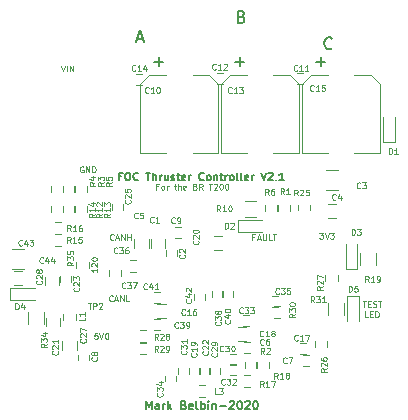
<source format=gbr>
G04 #@! TF.GenerationSoftware,KiCad,Pcbnew,(5.1.8)-1*
G04 #@! TF.CreationDate,2020-11-22T18:17:10-08:00*
G04 #@! TF.ProjectId,Thruster_Controller_V2,54687275-7374-4657-925f-436f6e74726f,rev?*
G04 #@! TF.SameCoordinates,Original*
G04 #@! TF.FileFunction,Legend,Top*
G04 #@! TF.FilePolarity,Positive*
%FSLAX46Y46*%
G04 Gerber Fmt 4.6, Leading zero omitted, Abs format (unit mm)*
G04 Created by KiCad (PCBNEW (5.1.8)-1) date 2020-11-22 18:17:10*
%MOMM*%
%LPD*%
G01*
G04 APERTURE LIST*
%ADD10C,0.125000*%
%ADD11C,0.150000*%
%ADD12C,0.120000*%
G04 APERTURE END LIST*
D10*
X91216666Y-109376190D02*
X90978571Y-109376190D01*
X90954761Y-109614285D01*
X90978571Y-109590476D01*
X91026190Y-109566666D01*
X91145238Y-109566666D01*
X91192857Y-109590476D01*
X91216666Y-109614285D01*
X91240476Y-109661904D01*
X91240476Y-109780952D01*
X91216666Y-109828571D01*
X91192857Y-109852380D01*
X91145238Y-109876190D01*
X91026190Y-109876190D01*
X90978571Y-109852380D01*
X90954761Y-109828571D01*
X91383333Y-109376190D02*
X91550000Y-109876190D01*
X91716666Y-109376190D01*
X91978571Y-109376190D02*
X92026190Y-109376190D01*
X92073809Y-109400000D01*
X92097619Y-109423809D01*
X92121428Y-109471428D01*
X92145238Y-109566666D01*
X92145238Y-109685714D01*
X92121428Y-109780952D01*
X92097619Y-109828571D01*
X92073809Y-109852380D01*
X92026190Y-109876190D01*
X91978571Y-109876190D01*
X91930952Y-109852380D01*
X91907142Y-109828571D01*
X91883333Y-109780952D01*
X91859523Y-109685714D01*
X91859523Y-109566666D01*
X91883333Y-109471428D01*
X91907142Y-109423809D01*
X91930952Y-109400000D01*
X91978571Y-109376190D01*
X113662380Y-106658690D02*
X113948095Y-106658690D01*
X113805238Y-107158690D02*
X113805238Y-106658690D01*
X114114761Y-106896785D02*
X114281428Y-106896785D01*
X114352857Y-107158690D02*
X114114761Y-107158690D01*
X114114761Y-106658690D01*
X114352857Y-106658690D01*
X114543333Y-107134880D02*
X114614761Y-107158690D01*
X114733809Y-107158690D01*
X114781428Y-107134880D01*
X114805238Y-107111071D01*
X114829047Y-107063452D01*
X114829047Y-107015833D01*
X114805238Y-106968214D01*
X114781428Y-106944404D01*
X114733809Y-106920595D01*
X114638571Y-106896785D01*
X114590952Y-106872976D01*
X114567142Y-106849166D01*
X114543333Y-106801547D01*
X114543333Y-106753928D01*
X114567142Y-106706309D01*
X114590952Y-106682500D01*
X114638571Y-106658690D01*
X114757619Y-106658690D01*
X114829047Y-106682500D01*
X114971904Y-106658690D02*
X115257619Y-106658690D01*
X115114761Y-107158690D02*
X115114761Y-106658690D01*
X114138571Y-108033690D02*
X113900476Y-108033690D01*
X113900476Y-107533690D01*
X114305238Y-107771785D02*
X114471904Y-107771785D01*
X114543333Y-108033690D02*
X114305238Y-108033690D01*
X114305238Y-107533690D01*
X114543333Y-107533690D01*
X114757619Y-108033690D02*
X114757619Y-107533690D01*
X114876666Y-107533690D01*
X114948095Y-107557500D01*
X114995714Y-107605119D01*
X115019523Y-107652738D01*
X115043333Y-107747976D01*
X115043333Y-107819404D01*
X115019523Y-107914642D01*
X114995714Y-107962261D01*
X114948095Y-108009880D01*
X114876666Y-108033690D01*
X114757619Y-108033690D01*
X104502380Y-101264285D02*
X104335714Y-101264285D01*
X104335714Y-101526190D02*
X104335714Y-101026190D01*
X104573809Y-101026190D01*
X104740476Y-101383333D02*
X104978571Y-101383333D01*
X104692857Y-101526190D02*
X104859523Y-101026190D01*
X105026190Y-101526190D01*
X105192857Y-101026190D02*
X105192857Y-101430952D01*
X105216666Y-101478571D01*
X105240476Y-101502380D01*
X105288095Y-101526190D01*
X105383333Y-101526190D01*
X105430952Y-101502380D01*
X105454761Y-101478571D01*
X105478571Y-101430952D01*
X105478571Y-101026190D01*
X105954761Y-101526190D02*
X105716666Y-101526190D01*
X105716666Y-101026190D01*
X106050000Y-101026190D02*
X106335714Y-101026190D01*
X106192857Y-101526190D02*
X106192857Y-101026190D01*
X96380952Y-96964285D02*
X96214285Y-96964285D01*
X96214285Y-97226190D02*
X96214285Y-96726190D01*
X96452380Y-96726190D01*
X96714285Y-97226190D02*
X96666666Y-97202380D01*
X96642857Y-97178571D01*
X96619047Y-97130952D01*
X96619047Y-96988095D01*
X96642857Y-96940476D01*
X96666666Y-96916666D01*
X96714285Y-96892857D01*
X96785714Y-96892857D01*
X96833333Y-96916666D01*
X96857142Y-96940476D01*
X96880952Y-96988095D01*
X96880952Y-97130952D01*
X96857142Y-97178571D01*
X96833333Y-97202380D01*
X96785714Y-97226190D01*
X96714285Y-97226190D01*
X97095238Y-97226190D02*
X97095238Y-96892857D01*
X97095238Y-96988095D02*
X97119047Y-96940476D01*
X97142857Y-96916666D01*
X97190476Y-96892857D01*
X97238095Y-96892857D01*
X97714285Y-96892857D02*
X97904761Y-96892857D01*
X97785714Y-96726190D02*
X97785714Y-97154761D01*
X97809523Y-97202380D01*
X97857142Y-97226190D01*
X97904761Y-97226190D01*
X98071428Y-97226190D02*
X98071428Y-96726190D01*
X98285714Y-97226190D02*
X98285714Y-96964285D01*
X98261904Y-96916666D01*
X98214285Y-96892857D01*
X98142857Y-96892857D01*
X98095238Y-96916666D01*
X98071428Y-96940476D01*
X98714285Y-97202380D02*
X98666666Y-97226190D01*
X98571428Y-97226190D01*
X98523809Y-97202380D01*
X98500000Y-97154761D01*
X98500000Y-96964285D01*
X98523809Y-96916666D01*
X98571428Y-96892857D01*
X98666666Y-96892857D01*
X98714285Y-96916666D01*
X98738095Y-96964285D01*
X98738095Y-97011904D01*
X98500000Y-97059523D01*
X99500000Y-96964285D02*
X99571428Y-96988095D01*
X99595238Y-97011904D01*
X99619047Y-97059523D01*
X99619047Y-97130952D01*
X99595238Y-97178571D01*
X99571428Y-97202380D01*
X99523809Y-97226190D01*
X99333333Y-97226190D01*
X99333333Y-96726190D01*
X99500000Y-96726190D01*
X99547619Y-96750000D01*
X99571428Y-96773809D01*
X99595238Y-96821428D01*
X99595238Y-96869047D01*
X99571428Y-96916666D01*
X99547619Y-96940476D01*
X99500000Y-96964285D01*
X99333333Y-96964285D01*
X100119047Y-97226190D02*
X99952380Y-96988095D01*
X99833333Y-97226190D02*
X99833333Y-96726190D01*
X100023809Y-96726190D01*
X100071428Y-96750000D01*
X100095238Y-96773809D01*
X100119047Y-96821428D01*
X100119047Y-96892857D01*
X100095238Y-96940476D01*
X100071428Y-96964285D01*
X100023809Y-96988095D01*
X99833333Y-96988095D01*
X100642857Y-96726190D02*
X100928571Y-96726190D01*
X100785714Y-97226190D02*
X100785714Y-96726190D01*
X101071428Y-96773809D02*
X101095238Y-96750000D01*
X101142857Y-96726190D01*
X101261904Y-96726190D01*
X101309523Y-96750000D01*
X101333333Y-96773809D01*
X101357142Y-96821428D01*
X101357142Y-96869047D01*
X101333333Y-96940476D01*
X101047619Y-97226190D01*
X101357142Y-97226190D01*
X101666666Y-96726190D02*
X101714285Y-96726190D01*
X101761904Y-96750000D01*
X101785714Y-96773809D01*
X101809523Y-96821428D01*
X101833333Y-96916666D01*
X101833333Y-97035714D01*
X101809523Y-97130952D01*
X101785714Y-97178571D01*
X101761904Y-97202380D01*
X101714285Y-97226190D01*
X101666666Y-97226190D01*
X101619047Y-97202380D01*
X101595238Y-97178571D01*
X101571428Y-97130952D01*
X101547619Y-97035714D01*
X101547619Y-96916666D01*
X101571428Y-96821428D01*
X101595238Y-96773809D01*
X101619047Y-96750000D01*
X101666666Y-96726190D01*
X102142857Y-96726190D02*
X102190476Y-96726190D01*
X102238095Y-96750000D01*
X102261904Y-96773809D01*
X102285714Y-96821428D01*
X102309523Y-96916666D01*
X102309523Y-97035714D01*
X102285714Y-97130952D01*
X102261904Y-97178571D01*
X102238095Y-97202380D01*
X102190476Y-97226190D01*
X102142857Y-97226190D01*
X102095238Y-97202380D01*
X102071428Y-97178571D01*
X102047619Y-97130952D01*
X102023809Y-97035714D01*
X102023809Y-96916666D01*
X102047619Y-96821428D01*
X102071428Y-96773809D01*
X102095238Y-96750000D01*
X102142857Y-96726190D01*
D11*
X93252380Y-96103571D02*
X93035714Y-96103571D01*
X93035714Y-96444047D02*
X93035714Y-95794047D01*
X93345238Y-95794047D01*
X93716666Y-95794047D02*
X93840476Y-95794047D01*
X93902380Y-95825000D01*
X93964285Y-95886904D01*
X93995238Y-96010714D01*
X93995238Y-96227380D01*
X93964285Y-96351190D01*
X93902380Y-96413095D01*
X93840476Y-96444047D01*
X93716666Y-96444047D01*
X93654761Y-96413095D01*
X93592857Y-96351190D01*
X93561904Y-96227380D01*
X93561904Y-96010714D01*
X93592857Y-95886904D01*
X93654761Y-95825000D01*
X93716666Y-95794047D01*
X94645238Y-96382142D02*
X94614285Y-96413095D01*
X94521428Y-96444047D01*
X94459523Y-96444047D01*
X94366666Y-96413095D01*
X94304761Y-96351190D01*
X94273809Y-96289285D01*
X94242857Y-96165476D01*
X94242857Y-96072619D01*
X94273809Y-95948809D01*
X94304761Y-95886904D01*
X94366666Y-95825000D01*
X94459523Y-95794047D01*
X94521428Y-95794047D01*
X94614285Y-95825000D01*
X94645238Y-95855952D01*
X95326190Y-95794047D02*
X95697619Y-95794047D01*
X95511904Y-96444047D02*
X95511904Y-95794047D01*
X95914285Y-96444047D02*
X95914285Y-95794047D01*
X96192857Y-96444047D02*
X96192857Y-96103571D01*
X96161904Y-96041666D01*
X96099999Y-96010714D01*
X96007142Y-96010714D01*
X95945238Y-96041666D01*
X95914285Y-96072619D01*
X96502380Y-96444047D02*
X96502380Y-96010714D01*
X96502380Y-96134523D02*
X96533333Y-96072619D01*
X96564285Y-96041666D01*
X96626190Y-96010714D01*
X96688095Y-96010714D01*
X97183333Y-96010714D02*
X97183333Y-96444047D01*
X96904761Y-96010714D02*
X96904761Y-96351190D01*
X96935714Y-96413095D01*
X96997619Y-96444047D01*
X97090476Y-96444047D01*
X97152380Y-96413095D01*
X97183333Y-96382142D01*
X97461904Y-96413095D02*
X97523809Y-96444047D01*
X97647619Y-96444047D01*
X97709523Y-96413095D01*
X97740476Y-96351190D01*
X97740476Y-96320238D01*
X97709523Y-96258333D01*
X97647619Y-96227380D01*
X97554761Y-96227380D01*
X97492857Y-96196428D01*
X97461904Y-96134523D01*
X97461904Y-96103571D01*
X97492857Y-96041666D01*
X97554761Y-96010714D01*
X97647619Y-96010714D01*
X97709523Y-96041666D01*
X97926190Y-96010714D02*
X98173809Y-96010714D01*
X98019047Y-95794047D02*
X98019047Y-96351190D01*
X98049999Y-96413095D01*
X98111904Y-96444047D01*
X98173809Y-96444047D01*
X98638095Y-96413095D02*
X98576190Y-96444047D01*
X98452380Y-96444047D01*
X98390476Y-96413095D01*
X98359523Y-96351190D01*
X98359523Y-96103571D01*
X98390476Y-96041666D01*
X98452380Y-96010714D01*
X98576190Y-96010714D01*
X98638095Y-96041666D01*
X98669047Y-96103571D01*
X98669047Y-96165476D01*
X98359523Y-96227380D01*
X98947619Y-96444047D02*
X98947619Y-96010714D01*
X98947619Y-96134523D02*
X98978571Y-96072619D01*
X99009523Y-96041666D01*
X99071428Y-96010714D01*
X99133333Y-96010714D01*
X100216666Y-96382142D02*
X100185714Y-96413095D01*
X100092857Y-96444047D01*
X100030952Y-96444047D01*
X99938095Y-96413095D01*
X99876190Y-96351190D01*
X99845238Y-96289285D01*
X99814285Y-96165476D01*
X99814285Y-96072619D01*
X99845238Y-95948809D01*
X99876190Y-95886904D01*
X99938095Y-95825000D01*
X100030952Y-95794047D01*
X100092857Y-95794047D01*
X100185714Y-95825000D01*
X100216666Y-95855952D01*
X100588095Y-96444047D02*
X100526190Y-96413095D01*
X100495238Y-96382142D01*
X100464285Y-96320238D01*
X100464285Y-96134523D01*
X100495238Y-96072619D01*
X100526190Y-96041666D01*
X100588095Y-96010714D01*
X100680952Y-96010714D01*
X100742857Y-96041666D01*
X100773809Y-96072619D01*
X100804761Y-96134523D01*
X100804761Y-96320238D01*
X100773809Y-96382142D01*
X100742857Y-96413095D01*
X100680952Y-96444047D01*
X100588095Y-96444047D01*
X101083333Y-96010714D02*
X101083333Y-96444047D01*
X101083333Y-96072619D02*
X101114285Y-96041666D01*
X101176190Y-96010714D01*
X101269047Y-96010714D01*
X101330952Y-96041666D01*
X101361904Y-96103571D01*
X101361904Y-96444047D01*
X101578571Y-96010714D02*
X101826190Y-96010714D01*
X101671428Y-95794047D02*
X101671428Y-96351190D01*
X101702380Y-96413095D01*
X101764285Y-96444047D01*
X101826190Y-96444047D01*
X102042857Y-96444047D02*
X102042857Y-96010714D01*
X102042857Y-96134523D02*
X102073809Y-96072619D01*
X102104761Y-96041666D01*
X102166666Y-96010714D01*
X102228571Y-96010714D01*
X102538095Y-96444047D02*
X102476190Y-96413095D01*
X102445238Y-96382142D01*
X102414285Y-96320238D01*
X102414285Y-96134523D01*
X102445238Y-96072619D01*
X102476190Y-96041666D01*
X102538095Y-96010714D01*
X102630952Y-96010714D01*
X102692857Y-96041666D01*
X102723809Y-96072619D01*
X102754761Y-96134523D01*
X102754761Y-96320238D01*
X102723809Y-96382142D01*
X102692857Y-96413095D01*
X102630952Y-96444047D01*
X102538095Y-96444047D01*
X103126190Y-96444047D02*
X103064285Y-96413095D01*
X103033333Y-96351190D01*
X103033333Y-95794047D01*
X103466666Y-96444047D02*
X103404761Y-96413095D01*
X103373809Y-96351190D01*
X103373809Y-95794047D01*
X103961904Y-96413095D02*
X103899999Y-96444047D01*
X103776190Y-96444047D01*
X103714285Y-96413095D01*
X103683333Y-96351190D01*
X103683333Y-96103571D01*
X103714285Y-96041666D01*
X103776190Y-96010714D01*
X103899999Y-96010714D01*
X103961904Y-96041666D01*
X103992857Y-96103571D01*
X103992857Y-96165476D01*
X103683333Y-96227380D01*
X104271428Y-96444047D02*
X104271428Y-96010714D01*
X104271428Y-96134523D02*
X104302380Y-96072619D01*
X104333333Y-96041666D01*
X104395238Y-96010714D01*
X104457142Y-96010714D01*
X105076190Y-95794047D02*
X105292857Y-96444047D01*
X105509523Y-95794047D01*
X105695238Y-95855952D02*
X105726190Y-95825000D01*
X105788095Y-95794047D01*
X105942857Y-95794047D01*
X106004761Y-95825000D01*
X106035714Y-95855952D01*
X106066666Y-95917857D01*
X106066666Y-95979761D01*
X106035714Y-96072619D01*
X105664285Y-96444047D01*
X106066666Y-96444047D01*
X106345238Y-96382142D02*
X106376190Y-96413095D01*
X106345238Y-96444047D01*
X106314285Y-96413095D01*
X106345238Y-96382142D01*
X106345238Y-96444047D01*
X106995238Y-96444047D02*
X106623809Y-96444047D01*
X106809523Y-96444047D02*
X106809523Y-95794047D01*
X106747619Y-95886904D01*
X106685714Y-95948809D01*
X106623809Y-95979761D01*
D10*
X91196190Y-103923333D02*
X91196190Y-104209047D01*
X91196190Y-104066190D02*
X90696190Y-104066190D01*
X90767619Y-104113809D01*
X90815238Y-104161428D01*
X90839047Y-104209047D01*
X90743809Y-103732857D02*
X90720000Y-103709047D01*
X90696190Y-103661428D01*
X90696190Y-103542380D01*
X90720000Y-103494761D01*
X90743809Y-103470952D01*
X90791428Y-103447142D01*
X90839047Y-103447142D01*
X90910476Y-103470952D01*
X91196190Y-103756666D01*
X91196190Y-103447142D01*
X90696190Y-103137619D02*
X90696190Y-103090000D01*
X90720000Y-103042380D01*
X90743809Y-103018571D01*
X90791428Y-102994761D01*
X90886666Y-102970952D01*
X91005714Y-102970952D01*
X91100952Y-102994761D01*
X91148571Y-103018571D01*
X91172380Y-103042380D01*
X91196190Y-103090000D01*
X91196190Y-103137619D01*
X91172380Y-103185238D01*
X91148571Y-103209047D01*
X91100952Y-103232857D01*
X91005714Y-103256666D01*
X90886666Y-103256666D01*
X90791428Y-103232857D01*
X90743809Y-103209047D01*
X90720000Y-103185238D01*
X90696190Y-103137619D01*
X92586666Y-101448571D02*
X92562857Y-101472380D01*
X92491428Y-101496190D01*
X92443809Y-101496190D01*
X92372380Y-101472380D01*
X92324761Y-101424761D01*
X92300952Y-101377142D01*
X92277142Y-101281904D01*
X92277142Y-101210476D01*
X92300952Y-101115238D01*
X92324761Y-101067619D01*
X92372380Y-101020000D01*
X92443809Y-100996190D01*
X92491428Y-100996190D01*
X92562857Y-101020000D01*
X92586666Y-101043809D01*
X92777142Y-101353333D02*
X93015238Y-101353333D01*
X92729523Y-101496190D02*
X92896190Y-100996190D01*
X93062857Y-101496190D01*
X93229523Y-101496190D02*
X93229523Y-100996190D01*
X93515238Y-101496190D01*
X93515238Y-100996190D01*
X93753333Y-101496190D02*
X93753333Y-100996190D01*
X93753333Y-101234285D02*
X94039047Y-101234285D01*
X94039047Y-101496190D02*
X94039047Y-100996190D01*
X92506190Y-106638571D02*
X92482380Y-106662380D01*
X92410952Y-106686190D01*
X92363333Y-106686190D01*
X92291904Y-106662380D01*
X92244285Y-106614761D01*
X92220476Y-106567142D01*
X92196666Y-106471904D01*
X92196666Y-106400476D01*
X92220476Y-106305238D01*
X92244285Y-106257619D01*
X92291904Y-106210000D01*
X92363333Y-106186190D01*
X92410952Y-106186190D01*
X92482380Y-106210000D01*
X92506190Y-106233809D01*
X92696666Y-106543333D02*
X92934761Y-106543333D01*
X92649047Y-106686190D02*
X92815714Y-106186190D01*
X92982380Y-106686190D01*
X93149047Y-106686190D02*
X93149047Y-106186190D01*
X93434761Y-106686190D01*
X93434761Y-106186190D01*
X93910952Y-106686190D02*
X93672857Y-106686190D01*
X93672857Y-106186190D01*
X110010952Y-100876190D02*
X110320476Y-100876190D01*
X110153809Y-101066666D01*
X110225238Y-101066666D01*
X110272857Y-101090476D01*
X110296666Y-101114285D01*
X110320476Y-101161904D01*
X110320476Y-101280952D01*
X110296666Y-101328571D01*
X110272857Y-101352380D01*
X110225238Y-101376190D01*
X110082380Y-101376190D01*
X110034761Y-101352380D01*
X110010952Y-101328571D01*
X110463333Y-100876190D02*
X110630000Y-101376190D01*
X110796666Y-100876190D01*
X110915714Y-100876190D02*
X111225238Y-100876190D01*
X111058571Y-101066666D01*
X111130000Y-101066666D01*
X111177619Y-101090476D01*
X111201428Y-101114285D01*
X111225238Y-101161904D01*
X111225238Y-101280952D01*
X111201428Y-101328571D01*
X111177619Y-101352380D01*
X111130000Y-101376190D01*
X110987142Y-101376190D01*
X110939523Y-101352380D01*
X110915714Y-101328571D01*
D11*
X94611904Y-84466666D02*
X95088095Y-84466666D01*
X94516666Y-84752380D02*
X94850000Y-83752380D01*
X95183333Y-84752380D01*
X103421428Y-82578571D02*
X103564285Y-82626190D01*
X103611904Y-82673809D01*
X103659523Y-82769047D01*
X103659523Y-82911904D01*
X103611904Y-83007142D01*
X103564285Y-83054761D01*
X103469047Y-83102380D01*
X103088095Y-83102380D01*
X103088095Y-82102380D01*
X103421428Y-82102380D01*
X103516666Y-82150000D01*
X103564285Y-82197619D01*
X103611904Y-82292857D01*
X103611904Y-82388095D01*
X103564285Y-82483333D01*
X103516666Y-82530952D01*
X103421428Y-82578571D01*
X103088095Y-82578571D01*
X111059523Y-85257142D02*
X111011904Y-85304761D01*
X110869047Y-85352380D01*
X110773809Y-85352380D01*
X110630952Y-85304761D01*
X110535714Y-85209523D01*
X110488095Y-85114285D01*
X110440476Y-84923809D01*
X110440476Y-84780952D01*
X110488095Y-84590476D01*
X110535714Y-84495238D01*
X110630952Y-84400000D01*
X110773809Y-84352380D01*
X110869047Y-84352380D01*
X111011904Y-84400000D01*
X111059523Y-84447619D01*
D10*
X88152380Y-86726190D02*
X88319047Y-87226190D01*
X88485714Y-86726190D01*
X88652380Y-87226190D02*
X88652380Y-86726190D01*
X88890476Y-87226190D02*
X88890476Y-86726190D01*
X89176190Y-87226190D01*
X89176190Y-86726190D01*
X90019047Y-95280000D02*
X89971428Y-95256190D01*
X89900000Y-95256190D01*
X89828571Y-95280000D01*
X89780952Y-95327619D01*
X89757142Y-95375238D01*
X89733333Y-95470476D01*
X89733333Y-95541904D01*
X89757142Y-95637142D01*
X89780952Y-95684761D01*
X89828571Y-95732380D01*
X89900000Y-95756190D01*
X89947619Y-95756190D01*
X90019047Y-95732380D01*
X90042857Y-95708571D01*
X90042857Y-95541904D01*
X89947619Y-95541904D01*
X90257142Y-95756190D02*
X90257142Y-95256190D01*
X90542857Y-95756190D01*
X90542857Y-95256190D01*
X90780952Y-95756190D02*
X90780952Y-95256190D01*
X90900000Y-95256190D01*
X90971428Y-95280000D01*
X91019047Y-95327619D01*
X91042857Y-95375238D01*
X91066666Y-95470476D01*
X91066666Y-95541904D01*
X91042857Y-95637142D01*
X91019047Y-95684761D01*
X90971428Y-95732380D01*
X90900000Y-95756190D01*
X90780952Y-95756190D01*
D11*
X95333333Y-115816666D02*
X95333333Y-115116666D01*
X95566666Y-115616666D01*
X95800000Y-115116666D01*
X95800000Y-115816666D01*
X96433333Y-115816666D02*
X96433333Y-115450000D01*
X96400000Y-115383333D01*
X96333333Y-115350000D01*
X96200000Y-115350000D01*
X96133333Y-115383333D01*
X96433333Y-115783333D02*
X96366666Y-115816666D01*
X96200000Y-115816666D01*
X96133333Y-115783333D01*
X96100000Y-115716666D01*
X96100000Y-115650000D01*
X96133333Y-115583333D01*
X96200000Y-115550000D01*
X96366666Y-115550000D01*
X96433333Y-115516666D01*
X96766666Y-115816666D02*
X96766666Y-115350000D01*
X96766666Y-115483333D02*
X96800000Y-115416666D01*
X96833333Y-115383333D01*
X96900000Y-115350000D01*
X96966666Y-115350000D01*
X97200000Y-115816666D02*
X97200000Y-115116666D01*
X97266666Y-115550000D02*
X97466666Y-115816666D01*
X97466666Y-115350000D02*
X97200000Y-115616666D01*
X98533333Y-115450000D02*
X98633333Y-115483333D01*
X98666666Y-115516666D01*
X98700000Y-115583333D01*
X98700000Y-115683333D01*
X98666666Y-115750000D01*
X98633333Y-115783333D01*
X98566666Y-115816666D01*
X98300000Y-115816666D01*
X98300000Y-115116666D01*
X98533333Y-115116666D01*
X98600000Y-115150000D01*
X98633333Y-115183333D01*
X98666666Y-115250000D01*
X98666666Y-115316666D01*
X98633333Y-115383333D01*
X98600000Y-115416666D01*
X98533333Y-115450000D01*
X98300000Y-115450000D01*
X99266666Y-115783333D02*
X99200000Y-115816666D01*
X99066666Y-115816666D01*
X99000000Y-115783333D01*
X98966666Y-115716666D01*
X98966666Y-115450000D01*
X99000000Y-115383333D01*
X99066666Y-115350000D01*
X99200000Y-115350000D01*
X99266666Y-115383333D01*
X99300000Y-115450000D01*
X99300000Y-115516666D01*
X98966666Y-115583333D01*
X99700000Y-115816666D02*
X99633333Y-115783333D01*
X99600000Y-115716666D01*
X99600000Y-115116666D01*
X99966666Y-115816666D02*
X99966666Y-115116666D01*
X99966666Y-115383333D02*
X100033333Y-115350000D01*
X100166666Y-115350000D01*
X100233333Y-115383333D01*
X100266666Y-115416666D01*
X100300000Y-115483333D01*
X100300000Y-115683333D01*
X100266666Y-115750000D01*
X100233333Y-115783333D01*
X100166666Y-115816666D01*
X100033333Y-115816666D01*
X99966666Y-115783333D01*
X100600000Y-115816666D02*
X100600000Y-115350000D01*
X100600000Y-115116666D02*
X100566666Y-115150000D01*
X100600000Y-115183333D01*
X100633333Y-115150000D01*
X100600000Y-115116666D01*
X100600000Y-115183333D01*
X100933333Y-115350000D02*
X100933333Y-115816666D01*
X100933333Y-115416666D02*
X100966666Y-115383333D01*
X101033333Y-115350000D01*
X101133333Y-115350000D01*
X101200000Y-115383333D01*
X101233333Y-115450000D01*
X101233333Y-115816666D01*
X101566666Y-115550000D02*
X102100000Y-115550000D01*
X102400000Y-115183333D02*
X102433333Y-115150000D01*
X102500000Y-115116666D01*
X102666666Y-115116666D01*
X102733333Y-115150000D01*
X102766666Y-115183333D01*
X102800000Y-115250000D01*
X102800000Y-115316666D01*
X102766666Y-115416666D01*
X102366666Y-115816666D01*
X102800000Y-115816666D01*
X103233333Y-115116666D02*
X103300000Y-115116666D01*
X103366666Y-115150000D01*
X103400000Y-115183333D01*
X103433333Y-115250000D01*
X103466666Y-115383333D01*
X103466666Y-115550000D01*
X103433333Y-115683333D01*
X103400000Y-115750000D01*
X103366666Y-115783333D01*
X103300000Y-115816666D01*
X103233333Y-115816666D01*
X103166666Y-115783333D01*
X103133333Y-115750000D01*
X103100000Y-115683333D01*
X103066666Y-115550000D01*
X103066666Y-115383333D01*
X103100000Y-115250000D01*
X103133333Y-115183333D01*
X103166666Y-115150000D01*
X103233333Y-115116666D01*
X103733333Y-115183333D02*
X103766666Y-115150000D01*
X103833333Y-115116666D01*
X104000000Y-115116666D01*
X104066666Y-115150000D01*
X104100000Y-115183333D01*
X104133333Y-115250000D01*
X104133333Y-115316666D01*
X104100000Y-115416666D01*
X103700000Y-115816666D01*
X104133333Y-115816666D01*
X104566666Y-115116666D02*
X104633333Y-115116666D01*
X104700000Y-115150000D01*
X104733333Y-115183333D01*
X104766666Y-115250000D01*
X104800000Y-115383333D01*
X104800000Y-115550000D01*
X104766666Y-115683333D01*
X104733333Y-115750000D01*
X104700000Y-115783333D01*
X104633333Y-115816666D01*
X104566666Y-115816666D01*
X104500000Y-115783333D01*
X104466666Y-115750000D01*
X104433333Y-115683333D01*
X104400000Y-115550000D01*
X104400000Y-115383333D01*
X104433333Y-115250000D01*
X104466666Y-115183333D01*
X104500000Y-115150000D01*
X104566666Y-115116666D01*
D12*
X101450000Y-88260000D02*
X101450000Y-94100000D01*
X100690000Y-87500000D02*
X101450000Y-88260000D01*
X94850000Y-88260000D02*
X95610000Y-87500000D01*
X94850000Y-94100000D02*
X94850000Y-88260000D01*
X100690000Y-87500000D02*
X99270000Y-87500000D01*
X95610000Y-87500000D02*
X97030000Y-87500000D01*
X101450000Y-94100000D02*
X99270000Y-94100000D01*
X94850000Y-94100000D02*
X97030000Y-94100000D01*
X108300000Y-88260000D02*
X108300000Y-94100000D01*
X107540000Y-87500000D02*
X108300000Y-88260000D01*
X101700000Y-88260000D02*
X102460000Y-87500000D01*
X101700000Y-94100000D02*
X101700000Y-88260000D01*
X107540000Y-87500000D02*
X106120000Y-87500000D01*
X102460000Y-87500000D02*
X103880000Y-87500000D01*
X108300000Y-94100000D02*
X106120000Y-94100000D01*
X101700000Y-94100000D02*
X103880000Y-94100000D01*
X115150000Y-88260000D02*
X115150000Y-94100000D01*
X114390000Y-87500000D02*
X115150000Y-88260000D01*
X108550000Y-88260000D02*
X109310000Y-87500000D01*
X108550000Y-94100000D02*
X108550000Y-88260000D01*
X114390000Y-87500000D02*
X112970000Y-87500000D01*
X109310000Y-87500000D02*
X110730000Y-87500000D01*
X115150000Y-94100000D02*
X112970000Y-94100000D01*
X108550000Y-94100000D02*
X110730000Y-94100000D01*
X101780000Y-105800000D02*
X101780000Y-106300000D01*
X102720000Y-106300000D02*
X102720000Y-105800000D01*
X97945000Y-102850000D02*
X97945000Y-102350000D01*
X97005000Y-102350000D02*
X97005000Y-102850000D01*
X96950000Y-101450000D02*
X96950000Y-102150000D01*
X95750000Y-102150000D02*
X95750000Y-101450000D01*
X95550000Y-101450000D02*
X95550000Y-102150000D01*
X94350000Y-102150000D02*
X94350000Y-101450000D01*
X101800000Y-102325000D02*
X101100000Y-102325000D01*
X101100000Y-101125000D02*
X101800000Y-101125000D01*
X103075000Y-99800000D02*
X105175000Y-99800000D01*
X103075000Y-100800000D02*
X105175000Y-100800000D01*
X103075000Y-99800000D02*
X103075000Y-100800000D01*
X112225000Y-103975000D02*
X112225000Y-101875000D01*
X113225000Y-103975000D02*
X113225000Y-101875000D01*
X112225000Y-103975000D02*
X113225000Y-103975000D01*
X99825000Y-114830000D02*
X100325000Y-114830000D01*
X100325000Y-113770000D02*
X99825000Y-113770000D01*
X115425000Y-93225000D02*
X115425000Y-91125000D01*
X116425000Y-93225000D02*
X116425000Y-91125000D01*
X115425000Y-93225000D02*
X116425000Y-93225000D01*
X104100000Y-110130000D02*
X103600000Y-110130000D01*
X103600000Y-111070000D02*
X104100000Y-111070000D01*
X108600000Y-112170000D02*
X109100000Y-112170000D01*
X109100000Y-111230000D02*
X108600000Y-111230000D01*
X90470000Y-111700000D02*
X90470000Y-111200000D01*
X89530000Y-111200000D02*
X89530000Y-111700000D01*
X108350000Y-111120000D02*
X108850000Y-111120000D01*
X108850000Y-110180000D02*
X108350000Y-110180000D01*
X92480000Y-98425000D02*
X92480000Y-98925000D01*
X93420000Y-98925000D02*
X93420000Y-98425000D01*
X88270000Y-96950000D02*
X88270000Y-97450000D01*
X89330000Y-97450000D02*
X89330000Y-96950000D01*
X87270000Y-96950000D02*
X87270000Y-97450000D01*
X88330000Y-97450000D02*
X88330000Y-96950000D01*
X89270000Y-96950000D02*
X89270000Y-97450000D01*
X90330000Y-97450000D02*
X90330000Y-96950000D01*
X88270000Y-98650000D02*
X88270000Y-99150000D01*
X89330000Y-99150000D02*
X89330000Y-98650000D01*
X87270000Y-98650000D02*
X87270000Y-99150000D01*
X88330000Y-99150000D02*
X88330000Y-98650000D01*
X89270000Y-98650000D02*
X89270000Y-99150000D01*
X90330000Y-99150000D02*
X90330000Y-98650000D01*
X87600000Y-102030000D02*
X88100000Y-102030000D01*
X88100000Y-100970000D02*
X87600000Y-100970000D01*
X88100000Y-99970000D02*
X87600000Y-99970000D01*
X87600000Y-101030000D02*
X88100000Y-101030000D01*
X106700000Y-107070000D02*
X106200000Y-107070000D01*
X106200000Y-108130000D02*
X106700000Y-108130000D01*
X88970000Y-105050000D02*
X88970000Y-104550000D01*
X88030000Y-104550000D02*
X88030000Y-105050000D01*
X86750000Y-105350000D02*
X86750000Y-104650000D01*
X87950000Y-104650000D02*
X87950000Y-105350000D01*
X90480000Y-103900000D02*
X90480000Y-103400000D01*
X89420000Y-103400000D02*
X89420000Y-103900000D01*
X113325000Y-106275000D02*
X113325000Y-108375000D01*
X112325000Y-106275000D02*
X112325000Y-108375000D01*
X113325000Y-106275000D02*
X112325000Y-106275000D01*
X112055000Y-106850000D02*
X112055000Y-107850000D01*
X110695000Y-107850000D02*
X110695000Y-106850000D01*
X111550000Y-95600000D02*
X110550000Y-95600000D01*
X110550000Y-97300000D02*
X111550000Y-97300000D01*
X111400000Y-99650000D02*
X110700000Y-99650000D01*
X110700000Y-98450000D02*
X111400000Y-98450000D01*
X97800000Y-101370000D02*
X98300000Y-101370000D01*
X98300000Y-100430000D02*
X97800000Y-100430000D01*
X108150000Y-88320000D02*
X108650000Y-88320000D01*
X108650000Y-87380000D02*
X108150000Y-87380000D01*
X101350000Y-88320000D02*
X101850000Y-88320000D01*
X101850000Y-87380000D02*
X101350000Y-87380000D01*
X94500000Y-88370000D02*
X95000000Y-88370000D01*
X95000000Y-87430000D02*
X94500000Y-87430000D01*
X96300000Y-106925000D02*
X97000000Y-106925000D01*
X97000000Y-108125000D02*
X96300000Y-108125000D01*
X103775000Y-110075000D02*
X103075000Y-110075000D01*
X103075000Y-108875000D02*
X103775000Y-108875000D01*
X99870000Y-112825000D02*
X99870000Y-112325000D01*
X98930000Y-112325000D02*
X98930000Y-112825000D01*
X88050000Y-108100000D02*
X88050000Y-108800000D01*
X86850000Y-108800000D02*
X86850000Y-108100000D01*
X100745000Y-112825000D02*
X100745000Y-112325000D01*
X99805000Y-112325000D02*
X99805000Y-112825000D01*
X89450000Y-110075000D02*
X89450000Y-110775000D01*
X88250000Y-110775000D02*
X88250000Y-110075000D01*
X101620000Y-112825000D02*
X101620000Y-112325000D01*
X100680000Y-112325000D02*
X100680000Y-112825000D01*
X102950000Y-111155000D02*
X102450000Y-111155000D01*
X102450000Y-112095000D02*
X102950000Y-112095000D01*
X98995000Y-112825000D02*
X98995000Y-112325000D01*
X98055000Y-112325000D02*
X98055000Y-112825000D01*
X102950000Y-112030000D02*
X102450000Y-112030000D01*
X102450000Y-112970000D02*
X102950000Y-112970000D01*
X104075000Y-107880000D02*
X103575000Y-107880000D01*
X103575000Y-108820000D02*
X104075000Y-108820000D01*
X97845000Y-113475000D02*
X97845000Y-112975000D01*
X96905000Y-112975000D02*
X96905000Y-113475000D01*
X106020000Y-107190000D02*
X106520000Y-107190000D01*
X106520000Y-106250000D02*
X106020000Y-106250000D01*
X94450000Y-103230000D02*
X93950000Y-103230000D01*
X93950000Y-104170000D02*
X94450000Y-104170000D01*
X93170000Y-104550000D02*
X93170000Y-104050000D01*
X92230000Y-104050000D02*
X92230000Y-104550000D01*
X100905000Y-105800000D02*
X100905000Y-106300000D01*
X101845000Y-106300000D02*
X101845000Y-105800000D01*
X96000000Y-109120000D02*
X96500000Y-109120000D01*
X96500000Y-108180000D02*
X96000000Y-108180000D01*
X96000000Y-106870000D02*
X96500000Y-106870000D01*
X96500000Y-105930000D02*
X96000000Y-105930000D01*
X99380000Y-106050000D02*
X99380000Y-106550000D01*
X100320000Y-106550000D02*
X100320000Y-106050000D01*
X88320000Y-107760000D02*
X88320000Y-108260000D01*
X89380000Y-108260000D02*
X89380000Y-107760000D01*
X106445000Y-98525000D02*
X106445000Y-99025000D01*
X107505000Y-99025000D02*
X107505000Y-98525000D01*
X103695000Y-111850000D02*
X103695000Y-112350000D01*
X104755000Y-112350000D02*
X104755000Y-111850000D01*
X106505000Y-99025000D02*
X106505000Y-98525000D01*
X105445000Y-98525000D02*
X105445000Y-99025000D01*
X103675000Y-98195000D02*
X104675000Y-98195000D01*
X104675000Y-99555000D02*
X103675000Y-99555000D01*
X103650000Y-113955000D02*
X104150000Y-113955000D01*
X104150000Y-112895000D02*
X103650000Y-112895000D01*
X104670000Y-111850000D02*
X104670000Y-112350000D01*
X105730000Y-112350000D02*
X105730000Y-111850000D01*
X113470000Y-103600000D02*
X113470000Y-102600000D01*
X114830000Y-102600000D02*
X114830000Y-103600000D01*
X108170000Y-98500000D02*
X108170000Y-99000000D01*
X109230000Y-99000000D02*
X109230000Y-98500000D01*
X110680000Y-110550000D02*
X110680000Y-110050000D01*
X109620000Y-110050000D02*
X109620000Y-110550000D01*
X111580000Y-105000000D02*
X111580000Y-104500000D01*
X110520000Y-104500000D02*
X110520000Y-105000000D01*
X95340000Y-109150000D02*
X94840000Y-109150000D01*
X94840000Y-110210000D02*
X95340000Y-110210000D01*
X95350000Y-110110000D02*
X94850000Y-110110000D01*
X94850000Y-111170000D02*
X95350000Y-111170000D01*
X85000000Y-102250000D02*
X84000000Y-102250000D01*
X84000000Y-103950000D02*
X85000000Y-103950000D01*
X84850000Y-105300000D02*
X84150000Y-105300000D01*
X84150000Y-104100000D02*
X84850000Y-104100000D01*
X83850000Y-105600000D02*
X85950000Y-105600000D01*
X83850000Y-106600000D02*
X85950000Y-106600000D01*
X83850000Y-105600000D02*
X83850000Y-106600000D01*
X86680000Y-107600000D02*
X86680000Y-108600000D01*
X85320000Y-108600000D02*
X85320000Y-107600000D01*
D10*
X95548571Y-89003571D02*
X95524761Y-89027380D01*
X95453333Y-89051190D01*
X95405714Y-89051190D01*
X95334285Y-89027380D01*
X95286666Y-88979761D01*
X95262857Y-88932142D01*
X95239047Y-88836904D01*
X95239047Y-88765476D01*
X95262857Y-88670238D01*
X95286666Y-88622619D01*
X95334285Y-88575000D01*
X95405714Y-88551190D01*
X95453333Y-88551190D01*
X95524761Y-88575000D01*
X95548571Y-88598809D01*
X96024761Y-89051190D02*
X95739047Y-89051190D01*
X95881904Y-89051190D02*
X95881904Y-88551190D01*
X95834285Y-88622619D01*
X95786666Y-88670238D01*
X95739047Y-88694047D01*
X96334285Y-88551190D02*
X96381904Y-88551190D01*
X96429523Y-88575000D01*
X96453333Y-88598809D01*
X96477142Y-88646428D01*
X96500952Y-88741666D01*
X96500952Y-88860714D01*
X96477142Y-88955952D01*
X96453333Y-89003571D01*
X96429523Y-89027380D01*
X96381904Y-89051190D01*
X96334285Y-89051190D01*
X96286666Y-89027380D01*
X96262857Y-89003571D01*
X96239047Y-88955952D01*
X96215238Y-88860714D01*
X96215238Y-88741666D01*
X96239047Y-88646428D01*
X96262857Y-88598809D01*
X96286666Y-88575000D01*
X96334285Y-88551190D01*
D11*
X96421428Y-86780952D02*
X96421428Y-86019047D01*
X96802380Y-86400000D02*
X96040476Y-86400000D01*
X96421428Y-86780952D02*
X96421428Y-86019047D01*
X96802380Y-86400000D02*
X96040476Y-86400000D01*
D10*
X102573571Y-89013571D02*
X102549761Y-89037380D01*
X102478333Y-89061190D01*
X102430714Y-89061190D01*
X102359285Y-89037380D01*
X102311666Y-88989761D01*
X102287857Y-88942142D01*
X102264047Y-88846904D01*
X102264047Y-88775476D01*
X102287857Y-88680238D01*
X102311666Y-88632619D01*
X102359285Y-88585000D01*
X102430714Y-88561190D01*
X102478333Y-88561190D01*
X102549761Y-88585000D01*
X102573571Y-88608809D01*
X103049761Y-89061190D02*
X102764047Y-89061190D01*
X102906904Y-89061190D02*
X102906904Y-88561190D01*
X102859285Y-88632619D01*
X102811666Y-88680238D01*
X102764047Y-88704047D01*
X103216428Y-88561190D02*
X103525952Y-88561190D01*
X103359285Y-88751666D01*
X103430714Y-88751666D01*
X103478333Y-88775476D01*
X103502142Y-88799285D01*
X103525952Y-88846904D01*
X103525952Y-88965952D01*
X103502142Y-89013571D01*
X103478333Y-89037380D01*
X103430714Y-89061190D01*
X103287857Y-89061190D01*
X103240238Y-89037380D01*
X103216428Y-89013571D01*
D11*
X103271428Y-86780952D02*
X103271428Y-86019047D01*
X103652380Y-86400000D02*
X102890476Y-86400000D01*
X103271428Y-86780952D02*
X103271428Y-86019047D01*
X103652380Y-86400000D02*
X102890476Y-86400000D01*
D10*
X109528571Y-88828571D02*
X109504761Y-88852380D01*
X109433333Y-88876190D01*
X109385714Y-88876190D01*
X109314285Y-88852380D01*
X109266666Y-88804761D01*
X109242857Y-88757142D01*
X109219047Y-88661904D01*
X109219047Y-88590476D01*
X109242857Y-88495238D01*
X109266666Y-88447619D01*
X109314285Y-88400000D01*
X109385714Y-88376190D01*
X109433333Y-88376190D01*
X109504761Y-88400000D01*
X109528571Y-88423809D01*
X110004761Y-88876190D02*
X109719047Y-88876190D01*
X109861904Y-88876190D02*
X109861904Y-88376190D01*
X109814285Y-88447619D01*
X109766666Y-88495238D01*
X109719047Y-88519047D01*
X110457142Y-88376190D02*
X110219047Y-88376190D01*
X110195238Y-88614285D01*
X110219047Y-88590476D01*
X110266666Y-88566666D01*
X110385714Y-88566666D01*
X110433333Y-88590476D01*
X110457142Y-88614285D01*
X110480952Y-88661904D01*
X110480952Y-88780952D01*
X110457142Y-88828571D01*
X110433333Y-88852380D01*
X110385714Y-88876190D01*
X110266666Y-88876190D01*
X110219047Y-88852380D01*
X110195238Y-88828571D01*
D11*
X110121428Y-86780952D02*
X110121428Y-86019047D01*
X110502380Y-86400000D02*
X109740476Y-86400000D01*
X110121428Y-86780952D02*
X110121428Y-86019047D01*
X110502380Y-86400000D02*
X109740476Y-86400000D01*
D10*
X102428571Y-108271428D02*
X102452380Y-108295238D01*
X102476190Y-108366666D01*
X102476190Y-108414285D01*
X102452380Y-108485714D01*
X102404761Y-108533333D01*
X102357142Y-108557142D01*
X102261904Y-108580952D01*
X102190476Y-108580952D01*
X102095238Y-108557142D01*
X102047619Y-108533333D01*
X102000000Y-108485714D01*
X101976190Y-108414285D01*
X101976190Y-108366666D01*
X102000000Y-108295238D01*
X102023809Y-108271428D01*
X102142857Y-107842857D02*
X102476190Y-107842857D01*
X101952380Y-107961904D02*
X102309523Y-108080952D01*
X102309523Y-107771428D01*
X101976190Y-107485714D02*
X101976190Y-107438095D01*
X102000000Y-107390476D01*
X102023809Y-107366666D01*
X102071428Y-107342857D01*
X102166666Y-107319047D01*
X102285714Y-107319047D01*
X102380952Y-107342857D01*
X102428571Y-107366666D01*
X102452380Y-107390476D01*
X102476190Y-107438095D01*
X102476190Y-107485714D01*
X102452380Y-107533333D01*
X102428571Y-107557142D01*
X102380952Y-107580952D01*
X102285714Y-107604761D01*
X102166666Y-107604761D01*
X102071428Y-107580952D01*
X102023809Y-107557142D01*
X102000000Y-107533333D01*
X101976190Y-107485714D01*
X98578571Y-102728333D02*
X98602380Y-102752142D01*
X98626190Y-102823571D01*
X98626190Y-102871190D01*
X98602380Y-102942619D01*
X98554761Y-102990238D01*
X98507142Y-103014047D01*
X98411904Y-103037857D01*
X98340476Y-103037857D01*
X98245238Y-103014047D01*
X98197619Y-102990238D01*
X98150000Y-102942619D01*
X98126190Y-102871190D01*
X98126190Y-102823571D01*
X98150000Y-102752142D01*
X98173809Y-102728333D01*
X98173809Y-102537857D02*
X98150000Y-102514047D01*
X98126190Y-102466428D01*
X98126190Y-102347380D01*
X98150000Y-102299761D01*
X98173809Y-102275952D01*
X98221428Y-102252142D01*
X98269047Y-102252142D01*
X98340476Y-102275952D01*
X98626190Y-102561666D01*
X98626190Y-102252142D01*
X95966666Y-99978571D02*
X95942857Y-100002380D01*
X95871428Y-100026190D01*
X95823809Y-100026190D01*
X95752380Y-100002380D01*
X95704761Y-99954761D01*
X95680952Y-99907142D01*
X95657142Y-99811904D01*
X95657142Y-99740476D01*
X95680952Y-99645238D01*
X95704761Y-99597619D01*
X95752380Y-99550000D01*
X95823809Y-99526190D01*
X95871428Y-99526190D01*
X95942857Y-99550000D01*
X95966666Y-99573809D01*
X96442857Y-100026190D02*
X96157142Y-100026190D01*
X96300000Y-100026190D02*
X96300000Y-99526190D01*
X96252380Y-99597619D01*
X96204761Y-99645238D01*
X96157142Y-99669047D01*
X94616666Y-99628571D02*
X94592857Y-99652380D01*
X94521428Y-99676190D01*
X94473809Y-99676190D01*
X94402380Y-99652380D01*
X94354761Y-99604761D01*
X94330952Y-99557142D01*
X94307142Y-99461904D01*
X94307142Y-99390476D01*
X94330952Y-99295238D01*
X94354761Y-99247619D01*
X94402380Y-99200000D01*
X94473809Y-99176190D01*
X94521428Y-99176190D01*
X94592857Y-99200000D01*
X94616666Y-99223809D01*
X95069047Y-99176190D02*
X94830952Y-99176190D01*
X94807142Y-99414285D01*
X94830952Y-99390476D01*
X94878571Y-99366666D01*
X94997619Y-99366666D01*
X95045238Y-99390476D01*
X95069047Y-99414285D01*
X95092857Y-99461904D01*
X95092857Y-99580952D01*
X95069047Y-99628571D01*
X95045238Y-99652380D01*
X94997619Y-99676190D01*
X94878571Y-99676190D01*
X94830952Y-99652380D01*
X94807142Y-99628571D01*
X99733571Y-101566428D02*
X99757380Y-101590238D01*
X99781190Y-101661666D01*
X99781190Y-101709285D01*
X99757380Y-101780714D01*
X99709761Y-101828333D01*
X99662142Y-101852142D01*
X99566904Y-101875952D01*
X99495476Y-101875952D01*
X99400238Y-101852142D01*
X99352619Y-101828333D01*
X99305000Y-101780714D01*
X99281190Y-101709285D01*
X99281190Y-101661666D01*
X99305000Y-101590238D01*
X99328809Y-101566428D01*
X99328809Y-101375952D02*
X99305000Y-101352142D01*
X99281190Y-101304523D01*
X99281190Y-101185476D01*
X99305000Y-101137857D01*
X99328809Y-101114047D01*
X99376428Y-101090238D01*
X99424047Y-101090238D01*
X99495476Y-101114047D01*
X99781190Y-101399761D01*
X99781190Y-101090238D01*
X99281190Y-100780714D02*
X99281190Y-100733095D01*
X99305000Y-100685476D01*
X99328809Y-100661666D01*
X99376428Y-100637857D01*
X99471666Y-100614047D01*
X99590714Y-100614047D01*
X99685952Y-100637857D01*
X99733571Y-100661666D01*
X99757380Y-100685476D01*
X99781190Y-100733095D01*
X99781190Y-100780714D01*
X99757380Y-100828333D01*
X99733571Y-100852142D01*
X99685952Y-100875952D01*
X99590714Y-100899761D01*
X99471666Y-100899761D01*
X99376428Y-100875952D01*
X99328809Y-100852142D01*
X99305000Y-100828333D01*
X99281190Y-100780714D01*
X102005952Y-100526190D02*
X102005952Y-100026190D01*
X102125000Y-100026190D01*
X102196428Y-100050000D01*
X102244047Y-100097619D01*
X102267857Y-100145238D01*
X102291666Y-100240476D01*
X102291666Y-100311904D01*
X102267857Y-100407142D01*
X102244047Y-100454761D01*
X102196428Y-100502380D01*
X102125000Y-100526190D01*
X102005952Y-100526190D01*
X102482142Y-100073809D02*
X102505952Y-100050000D01*
X102553571Y-100026190D01*
X102672619Y-100026190D01*
X102720238Y-100050000D01*
X102744047Y-100073809D01*
X102767857Y-100121428D01*
X102767857Y-100169047D01*
X102744047Y-100240476D01*
X102458333Y-100526190D01*
X102767857Y-100526190D01*
X112730952Y-101066190D02*
X112730952Y-100566190D01*
X112850000Y-100566190D01*
X112921428Y-100590000D01*
X112969047Y-100637619D01*
X112992857Y-100685238D01*
X113016666Y-100780476D01*
X113016666Y-100851904D01*
X112992857Y-100947142D01*
X112969047Y-100994761D01*
X112921428Y-101042380D01*
X112850000Y-101066190D01*
X112730952Y-101066190D01*
X113183333Y-100566190D02*
X113492857Y-100566190D01*
X113326190Y-100756666D01*
X113397619Y-100756666D01*
X113445238Y-100780476D01*
X113469047Y-100804285D01*
X113492857Y-100851904D01*
X113492857Y-100970952D01*
X113469047Y-101018571D01*
X113445238Y-101042380D01*
X113397619Y-101066190D01*
X113254761Y-101066190D01*
X113207142Y-101042380D01*
X113183333Y-101018571D01*
X101386666Y-114566190D02*
X101148571Y-114566190D01*
X101148571Y-114066190D01*
X101505714Y-114066190D02*
X101815238Y-114066190D01*
X101648571Y-114256666D01*
X101720000Y-114256666D01*
X101767619Y-114280476D01*
X101791428Y-114304285D01*
X101815238Y-114351904D01*
X101815238Y-114470952D01*
X101791428Y-114518571D01*
X101767619Y-114542380D01*
X101720000Y-114566190D01*
X101577142Y-114566190D01*
X101529523Y-114542380D01*
X101505714Y-114518571D01*
X115880952Y-94226190D02*
X115880952Y-93726190D01*
X116000000Y-93726190D01*
X116071428Y-93750000D01*
X116119047Y-93797619D01*
X116142857Y-93845238D01*
X116166666Y-93940476D01*
X116166666Y-94011904D01*
X116142857Y-94107142D01*
X116119047Y-94154761D01*
X116071428Y-94202380D01*
X116000000Y-94226190D01*
X115880952Y-94226190D01*
X116642857Y-94226190D02*
X116357142Y-94226190D01*
X116500000Y-94226190D02*
X116500000Y-93726190D01*
X116452380Y-93797619D01*
X116404761Y-93845238D01*
X116357142Y-93869047D01*
X105296666Y-110328571D02*
X105272857Y-110352380D01*
X105201428Y-110376190D01*
X105153809Y-110376190D01*
X105082380Y-110352380D01*
X105034761Y-110304761D01*
X105010952Y-110257142D01*
X104987142Y-110161904D01*
X104987142Y-110090476D01*
X105010952Y-109995238D01*
X105034761Y-109947619D01*
X105082380Y-109900000D01*
X105153809Y-109876190D01*
X105201428Y-109876190D01*
X105272857Y-109900000D01*
X105296666Y-109923809D01*
X105725238Y-109876190D02*
X105630000Y-109876190D01*
X105582380Y-109900000D01*
X105558571Y-109923809D01*
X105510952Y-109995238D01*
X105487142Y-110090476D01*
X105487142Y-110280952D01*
X105510952Y-110328571D01*
X105534761Y-110352380D01*
X105582380Y-110376190D01*
X105677619Y-110376190D01*
X105725238Y-110352380D01*
X105749047Y-110328571D01*
X105772857Y-110280952D01*
X105772857Y-110161904D01*
X105749047Y-110114285D01*
X105725238Y-110090476D01*
X105677619Y-110066666D01*
X105582380Y-110066666D01*
X105534761Y-110090476D01*
X105510952Y-110114285D01*
X105487142Y-110161904D01*
X107226666Y-111878571D02*
X107202857Y-111902380D01*
X107131428Y-111926190D01*
X107083809Y-111926190D01*
X107012380Y-111902380D01*
X106964761Y-111854761D01*
X106940952Y-111807142D01*
X106917142Y-111711904D01*
X106917142Y-111640476D01*
X106940952Y-111545238D01*
X106964761Y-111497619D01*
X107012380Y-111450000D01*
X107083809Y-111426190D01*
X107131428Y-111426190D01*
X107202857Y-111450000D01*
X107226666Y-111473809D01*
X107393333Y-111426190D02*
X107726666Y-111426190D01*
X107512380Y-111926190D01*
X91158571Y-111433333D02*
X91182380Y-111457142D01*
X91206190Y-111528571D01*
X91206190Y-111576190D01*
X91182380Y-111647619D01*
X91134761Y-111695238D01*
X91087142Y-111719047D01*
X90991904Y-111742857D01*
X90920476Y-111742857D01*
X90825238Y-111719047D01*
X90777619Y-111695238D01*
X90730000Y-111647619D01*
X90706190Y-111576190D01*
X90706190Y-111528571D01*
X90730000Y-111457142D01*
X90753809Y-111433333D01*
X90920476Y-111147619D02*
X90896666Y-111195238D01*
X90872857Y-111219047D01*
X90825238Y-111242857D01*
X90801428Y-111242857D01*
X90753809Y-111219047D01*
X90730000Y-111195238D01*
X90706190Y-111147619D01*
X90706190Y-111052380D01*
X90730000Y-111004761D01*
X90753809Y-110980952D01*
X90801428Y-110957142D01*
X90825238Y-110957142D01*
X90872857Y-110980952D01*
X90896666Y-111004761D01*
X90920476Y-111052380D01*
X90920476Y-111147619D01*
X90944285Y-111195238D01*
X90968095Y-111219047D01*
X91015714Y-111242857D01*
X91110952Y-111242857D01*
X91158571Y-111219047D01*
X91182380Y-111195238D01*
X91206190Y-111147619D01*
X91206190Y-111052380D01*
X91182380Y-111004761D01*
X91158571Y-110980952D01*
X91110952Y-110957142D01*
X91015714Y-110957142D01*
X90968095Y-110980952D01*
X90944285Y-111004761D01*
X90920476Y-111052380D01*
X108178571Y-109978571D02*
X108154761Y-110002380D01*
X108083333Y-110026190D01*
X108035714Y-110026190D01*
X107964285Y-110002380D01*
X107916666Y-109954761D01*
X107892857Y-109907142D01*
X107869047Y-109811904D01*
X107869047Y-109740476D01*
X107892857Y-109645238D01*
X107916666Y-109597619D01*
X107964285Y-109550000D01*
X108035714Y-109526190D01*
X108083333Y-109526190D01*
X108154761Y-109550000D01*
X108178571Y-109573809D01*
X108654761Y-110026190D02*
X108369047Y-110026190D01*
X108511904Y-110026190D02*
X108511904Y-109526190D01*
X108464285Y-109597619D01*
X108416666Y-109645238D01*
X108369047Y-109669047D01*
X108821428Y-109526190D02*
X109154761Y-109526190D01*
X108940476Y-110026190D01*
X93978571Y-98121428D02*
X94002380Y-98145238D01*
X94026190Y-98216666D01*
X94026190Y-98264285D01*
X94002380Y-98335714D01*
X93954761Y-98383333D01*
X93907142Y-98407142D01*
X93811904Y-98430952D01*
X93740476Y-98430952D01*
X93645238Y-98407142D01*
X93597619Y-98383333D01*
X93550000Y-98335714D01*
X93526190Y-98264285D01*
X93526190Y-98216666D01*
X93550000Y-98145238D01*
X93573809Y-98121428D01*
X93573809Y-97930952D02*
X93550000Y-97907142D01*
X93526190Y-97859523D01*
X93526190Y-97740476D01*
X93550000Y-97692857D01*
X93573809Y-97669047D01*
X93621428Y-97645238D01*
X93669047Y-97645238D01*
X93740476Y-97669047D01*
X94026190Y-97954761D01*
X94026190Y-97645238D01*
X93526190Y-97192857D02*
X93526190Y-97430952D01*
X93764285Y-97454761D01*
X93740476Y-97430952D01*
X93716666Y-97383333D01*
X93716666Y-97264285D01*
X93740476Y-97216666D01*
X93764285Y-97192857D01*
X93811904Y-97169047D01*
X93930952Y-97169047D01*
X93978571Y-97192857D01*
X94002380Y-97216666D01*
X94026190Y-97264285D01*
X94026190Y-97383333D01*
X94002380Y-97430952D01*
X93978571Y-97454761D01*
X91756190Y-96613333D02*
X91518095Y-96780000D01*
X91756190Y-96899047D02*
X91256190Y-96899047D01*
X91256190Y-96708571D01*
X91280000Y-96660952D01*
X91303809Y-96637142D01*
X91351428Y-96613333D01*
X91422857Y-96613333D01*
X91470476Y-96637142D01*
X91494285Y-96660952D01*
X91518095Y-96708571D01*
X91518095Y-96899047D01*
X91256190Y-96446666D02*
X91256190Y-96137142D01*
X91446666Y-96303809D01*
X91446666Y-96232380D01*
X91470476Y-96184761D01*
X91494285Y-96160952D01*
X91541904Y-96137142D01*
X91660952Y-96137142D01*
X91708571Y-96160952D01*
X91732380Y-96184761D01*
X91756190Y-96232380D01*
X91756190Y-96375238D01*
X91732380Y-96422857D01*
X91708571Y-96446666D01*
X91046190Y-96603333D02*
X90808095Y-96770000D01*
X91046190Y-96889047D02*
X90546190Y-96889047D01*
X90546190Y-96698571D01*
X90570000Y-96650952D01*
X90593809Y-96627142D01*
X90641428Y-96603333D01*
X90712857Y-96603333D01*
X90760476Y-96627142D01*
X90784285Y-96650952D01*
X90808095Y-96698571D01*
X90808095Y-96889047D01*
X90712857Y-96174761D02*
X91046190Y-96174761D01*
X90522380Y-96293809D02*
X90879523Y-96412857D01*
X90879523Y-96103333D01*
X92436190Y-96613333D02*
X92198095Y-96780000D01*
X92436190Y-96899047D02*
X91936190Y-96899047D01*
X91936190Y-96708571D01*
X91960000Y-96660952D01*
X91983809Y-96637142D01*
X92031428Y-96613333D01*
X92102857Y-96613333D01*
X92150476Y-96637142D01*
X92174285Y-96660952D01*
X92198095Y-96708571D01*
X92198095Y-96899047D01*
X91936190Y-96160952D02*
X91936190Y-96399047D01*
X92174285Y-96422857D01*
X92150476Y-96399047D01*
X92126666Y-96351428D01*
X92126666Y-96232380D01*
X92150476Y-96184761D01*
X92174285Y-96160952D01*
X92221904Y-96137142D01*
X92340952Y-96137142D01*
X92388571Y-96160952D01*
X92412380Y-96184761D01*
X92436190Y-96232380D01*
X92436190Y-96351428D01*
X92412380Y-96399047D01*
X92388571Y-96422857D01*
X91626190Y-99271428D02*
X91388095Y-99438095D01*
X91626190Y-99557142D02*
X91126190Y-99557142D01*
X91126190Y-99366666D01*
X91150000Y-99319047D01*
X91173809Y-99295238D01*
X91221428Y-99271428D01*
X91292857Y-99271428D01*
X91340476Y-99295238D01*
X91364285Y-99319047D01*
X91388095Y-99366666D01*
X91388095Y-99557142D01*
X91626190Y-98795238D02*
X91626190Y-99080952D01*
X91626190Y-98938095D02*
X91126190Y-98938095D01*
X91197619Y-98985714D01*
X91245238Y-99033333D01*
X91269047Y-99080952D01*
X91173809Y-98604761D02*
X91150000Y-98580952D01*
X91126190Y-98533333D01*
X91126190Y-98414285D01*
X91150000Y-98366666D01*
X91173809Y-98342857D01*
X91221428Y-98319047D01*
X91269047Y-98319047D01*
X91340476Y-98342857D01*
X91626190Y-98628571D01*
X91626190Y-98319047D01*
X92286190Y-99271428D02*
X92048095Y-99438095D01*
X92286190Y-99557142D02*
X91786190Y-99557142D01*
X91786190Y-99366666D01*
X91810000Y-99319047D01*
X91833809Y-99295238D01*
X91881428Y-99271428D01*
X91952857Y-99271428D01*
X92000476Y-99295238D01*
X92024285Y-99319047D01*
X92048095Y-99366666D01*
X92048095Y-99557142D01*
X92286190Y-98795238D02*
X92286190Y-99080952D01*
X92286190Y-98938095D02*
X91786190Y-98938095D01*
X91857619Y-98985714D01*
X91905238Y-99033333D01*
X91929047Y-99080952D01*
X91786190Y-98628571D02*
X91786190Y-98319047D01*
X91976666Y-98485714D01*
X91976666Y-98414285D01*
X92000476Y-98366666D01*
X92024285Y-98342857D01*
X92071904Y-98319047D01*
X92190952Y-98319047D01*
X92238571Y-98342857D01*
X92262380Y-98366666D01*
X92286190Y-98414285D01*
X92286190Y-98557142D01*
X92262380Y-98604761D01*
X92238571Y-98628571D01*
X90976190Y-99271428D02*
X90738095Y-99438095D01*
X90976190Y-99557142D02*
X90476190Y-99557142D01*
X90476190Y-99366666D01*
X90500000Y-99319047D01*
X90523809Y-99295238D01*
X90571428Y-99271428D01*
X90642857Y-99271428D01*
X90690476Y-99295238D01*
X90714285Y-99319047D01*
X90738095Y-99366666D01*
X90738095Y-99557142D01*
X90976190Y-98795238D02*
X90976190Y-99080952D01*
X90976190Y-98938095D02*
X90476190Y-98938095D01*
X90547619Y-98985714D01*
X90595238Y-99033333D01*
X90619047Y-99080952D01*
X90642857Y-98366666D02*
X90976190Y-98366666D01*
X90452380Y-98485714D02*
X90809523Y-98604761D01*
X90809523Y-98295238D01*
X88938571Y-101726190D02*
X88771904Y-101488095D01*
X88652857Y-101726190D02*
X88652857Y-101226190D01*
X88843333Y-101226190D01*
X88890952Y-101250000D01*
X88914761Y-101273809D01*
X88938571Y-101321428D01*
X88938571Y-101392857D01*
X88914761Y-101440476D01*
X88890952Y-101464285D01*
X88843333Y-101488095D01*
X88652857Y-101488095D01*
X89414761Y-101726190D02*
X89129047Y-101726190D01*
X89271904Y-101726190D02*
X89271904Y-101226190D01*
X89224285Y-101297619D01*
X89176666Y-101345238D01*
X89129047Y-101369047D01*
X89867142Y-101226190D02*
X89629047Y-101226190D01*
X89605238Y-101464285D01*
X89629047Y-101440476D01*
X89676666Y-101416666D01*
X89795714Y-101416666D01*
X89843333Y-101440476D01*
X89867142Y-101464285D01*
X89890952Y-101511904D01*
X89890952Y-101630952D01*
X89867142Y-101678571D01*
X89843333Y-101702380D01*
X89795714Y-101726190D01*
X89676666Y-101726190D01*
X89629047Y-101702380D01*
X89605238Y-101678571D01*
X88958571Y-100756190D02*
X88791904Y-100518095D01*
X88672857Y-100756190D02*
X88672857Y-100256190D01*
X88863333Y-100256190D01*
X88910952Y-100280000D01*
X88934761Y-100303809D01*
X88958571Y-100351428D01*
X88958571Y-100422857D01*
X88934761Y-100470476D01*
X88910952Y-100494285D01*
X88863333Y-100518095D01*
X88672857Y-100518095D01*
X89434761Y-100756190D02*
X89149047Y-100756190D01*
X89291904Y-100756190D02*
X89291904Y-100256190D01*
X89244285Y-100327619D01*
X89196666Y-100375238D01*
X89149047Y-100399047D01*
X89863333Y-100256190D02*
X89768095Y-100256190D01*
X89720476Y-100280000D01*
X89696666Y-100303809D01*
X89649047Y-100375238D01*
X89625238Y-100470476D01*
X89625238Y-100660952D01*
X89649047Y-100708571D01*
X89672857Y-100732380D01*
X89720476Y-100756190D01*
X89815714Y-100756190D01*
X89863333Y-100732380D01*
X89887142Y-100708571D01*
X89910952Y-100660952D01*
X89910952Y-100541904D01*
X89887142Y-100494285D01*
X89863333Y-100470476D01*
X89815714Y-100446666D01*
X89720476Y-100446666D01*
X89672857Y-100470476D01*
X89649047Y-100494285D01*
X89625238Y-100541904D01*
X107956190Y-107741428D02*
X107718095Y-107908095D01*
X107956190Y-108027142D02*
X107456190Y-108027142D01*
X107456190Y-107836666D01*
X107480000Y-107789047D01*
X107503809Y-107765238D01*
X107551428Y-107741428D01*
X107622857Y-107741428D01*
X107670476Y-107765238D01*
X107694285Y-107789047D01*
X107718095Y-107836666D01*
X107718095Y-108027142D01*
X107456190Y-107574761D02*
X107456190Y-107265238D01*
X107646666Y-107431904D01*
X107646666Y-107360476D01*
X107670476Y-107312857D01*
X107694285Y-107289047D01*
X107741904Y-107265238D01*
X107860952Y-107265238D01*
X107908571Y-107289047D01*
X107932380Y-107312857D01*
X107956190Y-107360476D01*
X107956190Y-107503333D01*
X107932380Y-107550952D01*
X107908571Y-107574761D01*
X107456190Y-106955714D02*
X107456190Y-106908095D01*
X107480000Y-106860476D01*
X107503809Y-106836666D01*
X107551428Y-106812857D01*
X107646666Y-106789047D01*
X107765714Y-106789047D01*
X107860952Y-106812857D01*
X107908571Y-106836666D01*
X107932380Y-106860476D01*
X107956190Y-106908095D01*
X107956190Y-106955714D01*
X107932380Y-107003333D01*
X107908571Y-107027142D01*
X107860952Y-107050952D01*
X107765714Y-107074761D01*
X107646666Y-107074761D01*
X107551428Y-107050952D01*
X107503809Y-107027142D01*
X107480000Y-107003333D01*
X107456190Y-106955714D01*
X89628571Y-105541428D02*
X89652380Y-105565238D01*
X89676190Y-105636666D01*
X89676190Y-105684285D01*
X89652380Y-105755714D01*
X89604761Y-105803333D01*
X89557142Y-105827142D01*
X89461904Y-105850952D01*
X89390476Y-105850952D01*
X89295238Y-105827142D01*
X89247619Y-105803333D01*
X89200000Y-105755714D01*
X89176190Y-105684285D01*
X89176190Y-105636666D01*
X89200000Y-105565238D01*
X89223809Y-105541428D01*
X89223809Y-105350952D02*
X89200000Y-105327142D01*
X89176190Y-105279523D01*
X89176190Y-105160476D01*
X89200000Y-105112857D01*
X89223809Y-105089047D01*
X89271428Y-105065238D01*
X89319047Y-105065238D01*
X89390476Y-105089047D01*
X89676190Y-105374761D01*
X89676190Y-105065238D01*
X89176190Y-104898571D02*
X89176190Y-104589047D01*
X89366666Y-104755714D01*
X89366666Y-104684285D01*
X89390476Y-104636666D01*
X89414285Y-104612857D01*
X89461904Y-104589047D01*
X89580952Y-104589047D01*
X89628571Y-104612857D01*
X89652380Y-104636666D01*
X89676190Y-104684285D01*
X89676190Y-104827142D01*
X89652380Y-104874761D01*
X89628571Y-104898571D01*
X86478571Y-104941428D02*
X86502380Y-104965238D01*
X86526190Y-105036666D01*
X86526190Y-105084285D01*
X86502380Y-105155714D01*
X86454761Y-105203333D01*
X86407142Y-105227142D01*
X86311904Y-105250952D01*
X86240476Y-105250952D01*
X86145238Y-105227142D01*
X86097619Y-105203333D01*
X86050000Y-105155714D01*
X86026190Y-105084285D01*
X86026190Y-105036666D01*
X86050000Y-104965238D01*
X86073809Y-104941428D01*
X86073809Y-104750952D02*
X86050000Y-104727142D01*
X86026190Y-104679523D01*
X86026190Y-104560476D01*
X86050000Y-104512857D01*
X86073809Y-104489047D01*
X86121428Y-104465238D01*
X86169047Y-104465238D01*
X86240476Y-104489047D01*
X86526190Y-104774761D01*
X86526190Y-104465238D01*
X86240476Y-104179523D02*
X86216666Y-104227142D01*
X86192857Y-104250952D01*
X86145238Y-104274761D01*
X86121428Y-104274761D01*
X86073809Y-104250952D01*
X86050000Y-104227142D01*
X86026190Y-104179523D01*
X86026190Y-104084285D01*
X86050000Y-104036666D01*
X86073809Y-104012857D01*
X86121428Y-103989047D01*
X86145238Y-103989047D01*
X86192857Y-104012857D01*
X86216666Y-104036666D01*
X86240476Y-104084285D01*
X86240476Y-104179523D01*
X86264285Y-104227142D01*
X86288095Y-104250952D01*
X86335714Y-104274761D01*
X86430952Y-104274761D01*
X86478571Y-104250952D01*
X86502380Y-104227142D01*
X86526190Y-104179523D01*
X86526190Y-104084285D01*
X86502380Y-104036666D01*
X86478571Y-104012857D01*
X86430952Y-103989047D01*
X86335714Y-103989047D01*
X86288095Y-104012857D01*
X86264285Y-104036666D01*
X86240476Y-104084285D01*
X89176190Y-103361428D02*
X88938095Y-103528095D01*
X89176190Y-103647142D02*
X88676190Y-103647142D01*
X88676190Y-103456666D01*
X88700000Y-103409047D01*
X88723809Y-103385238D01*
X88771428Y-103361428D01*
X88842857Y-103361428D01*
X88890476Y-103385238D01*
X88914285Y-103409047D01*
X88938095Y-103456666D01*
X88938095Y-103647142D01*
X88676190Y-103194761D02*
X88676190Y-102885238D01*
X88866666Y-103051904D01*
X88866666Y-102980476D01*
X88890476Y-102932857D01*
X88914285Y-102909047D01*
X88961904Y-102885238D01*
X89080952Y-102885238D01*
X89128571Y-102909047D01*
X89152380Y-102932857D01*
X89176190Y-102980476D01*
X89176190Y-103123333D01*
X89152380Y-103170952D01*
X89128571Y-103194761D01*
X88676190Y-102432857D02*
X88676190Y-102670952D01*
X88914285Y-102694761D01*
X88890476Y-102670952D01*
X88866666Y-102623333D01*
X88866666Y-102504285D01*
X88890476Y-102456666D01*
X88914285Y-102432857D01*
X88961904Y-102409047D01*
X89080952Y-102409047D01*
X89128571Y-102432857D01*
X89152380Y-102456666D01*
X89176190Y-102504285D01*
X89176190Y-102623333D01*
X89152380Y-102670952D01*
X89128571Y-102694761D01*
X112480952Y-105876190D02*
X112480952Y-105376190D01*
X112600000Y-105376190D01*
X112671428Y-105400000D01*
X112719047Y-105447619D01*
X112742857Y-105495238D01*
X112766666Y-105590476D01*
X112766666Y-105661904D01*
X112742857Y-105757142D01*
X112719047Y-105804761D01*
X112671428Y-105852380D01*
X112600000Y-105876190D01*
X112480952Y-105876190D01*
X113219047Y-105376190D02*
X112980952Y-105376190D01*
X112957142Y-105614285D01*
X112980952Y-105590476D01*
X113028571Y-105566666D01*
X113147619Y-105566666D01*
X113195238Y-105590476D01*
X113219047Y-105614285D01*
X113242857Y-105661904D01*
X113242857Y-105780952D01*
X113219047Y-105828571D01*
X113195238Y-105852380D01*
X113147619Y-105876190D01*
X113028571Y-105876190D01*
X112980952Y-105852380D01*
X112957142Y-105828571D01*
X109578571Y-106776190D02*
X109411904Y-106538095D01*
X109292857Y-106776190D02*
X109292857Y-106276190D01*
X109483333Y-106276190D01*
X109530952Y-106300000D01*
X109554761Y-106323809D01*
X109578571Y-106371428D01*
X109578571Y-106442857D01*
X109554761Y-106490476D01*
X109530952Y-106514285D01*
X109483333Y-106538095D01*
X109292857Y-106538095D01*
X109745238Y-106276190D02*
X110054761Y-106276190D01*
X109888095Y-106466666D01*
X109959523Y-106466666D01*
X110007142Y-106490476D01*
X110030952Y-106514285D01*
X110054761Y-106561904D01*
X110054761Y-106680952D01*
X110030952Y-106728571D01*
X110007142Y-106752380D01*
X109959523Y-106776190D01*
X109816666Y-106776190D01*
X109769047Y-106752380D01*
X109745238Y-106728571D01*
X110530952Y-106776190D02*
X110245238Y-106776190D01*
X110388095Y-106776190D02*
X110388095Y-106276190D01*
X110340476Y-106347619D01*
X110292857Y-106395238D01*
X110245238Y-106419047D01*
X113466666Y-97078571D02*
X113442857Y-97102380D01*
X113371428Y-97126190D01*
X113323809Y-97126190D01*
X113252380Y-97102380D01*
X113204761Y-97054761D01*
X113180952Y-97007142D01*
X113157142Y-96911904D01*
X113157142Y-96840476D01*
X113180952Y-96745238D01*
X113204761Y-96697619D01*
X113252380Y-96650000D01*
X113323809Y-96626190D01*
X113371428Y-96626190D01*
X113442857Y-96650000D01*
X113466666Y-96673809D01*
X113633333Y-96626190D02*
X113942857Y-96626190D01*
X113776190Y-96816666D01*
X113847619Y-96816666D01*
X113895238Y-96840476D01*
X113919047Y-96864285D01*
X113942857Y-96911904D01*
X113942857Y-97030952D01*
X113919047Y-97078571D01*
X113895238Y-97102380D01*
X113847619Y-97126190D01*
X113704761Y-97126190D01*
X113657142Y-97102380D01*
X113633333Y-97078571D01*
X111391666Y-98053571D02*
X111367857Y-98077380D01*
X111296428Y-98101190D01*
X111248809Y-98101190D01*
X111177380Y-98077380D01*
X111129761Y-98029761D01*
X111105952Y-97982142D01*
X111082142Y-97886904D01*
X111082142Y-97815476D01*
X111105952Y-97720238D01*
X111129761Y-97672619D01*
X111177380Y-97625000D01*
X111248809Y-97601190D01*
X111296428Y-97601190D01*
X111367857Y-97625000D01*
X111391666Y-97648809D01*
X111820238Y-97767857D02*
X111820238Y-98101190D01*
X111701190Y-97577380D02*
X111582142Y-97934523D01*
X111891666Y-97934523D01*
X97766666Y-100028571D02*
X97742857Y-100052380D01*
X97671428Y-100076190D01*
X97623809Y-100076190D01*
X97552380Y-100052380D01*
X97504761Y-100004761D01*
X97480952Y-99957142D01*
X97457142Y-99861904D01*
X97457142Y-99790476D01*
X97480952Y-99695238D01*
X97504761Y-99647619D01*
X97552380Y-99600000D01*
X97623809Y-99576190D01*
X97671428Y-99576190D01*
X97742857Y-99600000D01*
X97766666Y-99623809D01*
X98004761Y-100076190D02*
X98100000Y-100076190D01*
X98147619Y-100052380D01*
X98171428Y-100028571D01*
X98219047Y-99957142D01*
X98242857Y-99861904D01*
X98242857Y-99671428D01*
X98219047Y-99623809D01*
X98195238Y-99600000D01*
X98147619Y-99576190D01*
X98052380Y-99576190D01*
X98004761Y-99600000D01*
X97980952Y-99623809D01*
X97957142Y-99671428D01*
X97957142Y-99790476D01*
X97980952Y-99838095D01*
X98004761Y-99861904D01*
X98052380Y-99885714D01*
X98147619Y-99885714D01*
X98195238Y-99861904D01*
X98219047Y-99838095D01*
X98242857Y-99790476D01*
X108128571Y-87128571D02*
X108104761Y-87152380D01*
X108033333Y-87176190D01*
X107985714Y-87176190D01*
X107914285Y-87152380D01*
X107866666Y-87104761D01*
X107842857Y-87057142D01*
X107819047Y-86961904D01*
X107819047Y-86890476D01*
X107842857Y-86795238D01*
X107866666Y-86747619D01*
X107914285Y-86700000D01*
X107985714Y-86676190D01*
X108033333Y-86676190D01*
X108104761Y-86700000D01*
X108128571Y-86723809D01*
X108604761Y-87176190D02*
X108319047Y-87176190D01*
X108461904Y-87176190D02*
X108461904Y-86676190D01*
X108414285Y-86747619D01*
X108366666Y-86795238D01*
X108319047Y-86819047D01*
X109080952Y-87176190D02*
X108795238Y-87176190D01*
X108938095Y-87176190D02*
X108938095Y-86676190D01*
X108890476Y-86747619D01*
X108842857Y-86795238D01*
X108795238Y-86819047D01*
X101228571Y-87028571D02*
X101204761Y-87052380D01*
X101133333Y-87076190D01*
X101085714Y-87076190D01*
X101014285Y-87052380D01*
X100966666Y-87004761D01*
X100942857Y-86957142D01*
X100919047Y-86861904D01*
X100919047Y-86790476D01*
X100942857Y-86695238D01*
X100966666Y-86647619D01*
X101014285Y-86600000D01*
X101085714Y-86576190D01*
X101133333Y-86576190D01*
X101204761Y-86600000D01*
X101228571Y-86623809D01*
X101704761Y-87076190D02*
X101419047Y-87076190D01*
X101561904Y-87076190D02*
X101561904Y-86576190D01*
X101514285Y-86647619D01*
X101466666Y-86695238D01*
X101419047Y-86719047D01*
X101895238Y-86623809D02*
X101919047Y-86600000D01*
X101966666Y-86576190D01*
X102085714Y-86576190D01*
X102133333Y-86600000D01*
X102157142Y-86623809D01*
X102180952Y-86671428D01*
X102180952Y-86719047D01*
X102157142Y-86790476D01*
X101871428Y-87076190D01*
X102180952Y-87076190D01*
X94428571Y-87128571D02*
X94404761Y-87152380D01*
X94333333Y-87176190D01*
X94285714Y-87176190D01*
X94214285Y-87152380D01*
X94166666Y-87104761D01*
X94142857Y-87057142D01*
X94119047Y-86961904D01*
X94119047Y-86890476D01*
X94142857Y-86795238D01*
X94166666Y-86747619D01*
X94214285Y-86700000D01*
X94285714Y-86676190D01*
X94333333Y-86676190D01*
X94404761Y-86700000D01*
X94428571Y-86723809D01*
X94904761Y-87176190D02*
X94619047Y-87176190D01*
X94761904Y-87176190D02*
X94761904Y-86676190D01*
X94714285Y-86747619D01*
X94666666Y-86795238D01*
X94619047Y-86819047D01*
X95333333Y-86842857D02*
X95333333Y-87176190D01*
X95214285Y-86652380D02*
X95095238Y-87009523D01*
X95404761Y-87009523D01*
X98628571Y-107803571D02*
X98604761Y-107827380D01*
X98533333Y-107851190D01*
X98485714Y-107851190D01*
X98414285Y-107827380D01*
X98366666Y-107779761D01*
X98342857Y-107732142D01*
X98319047Y-107636904D01*
X98319047Y-107565476D01*
X98342857Y-107470238D01*
X98366666Y-107422619D01*
X98414285Y-107375000D01*
X98485714Y-107351190D01*
X98533333Y-107351190D01*
X98604761Y-107375000D01*
X98628571Y-107398809D01*
X99104761Y-107851190D02*
X98819047Y-107851190D01*
X98961904Y-107851190D02*
X98961904Y-107351190D01*
X98914285Y-107422619D01*
X98866666Y-107470238D01*
X98819047Y-107494047D01*
X99533333Y-107351190D02*
X99438095Y-107351190D01*
X99390476Y-107375000D01*
X99366666Y-107398809D01*
X99319047Y-107470238D01*
X99295238Y-107565476D01*
X99295238Y-107755952D01*
X99319047Y-107803571D01*
X99342857Y-107827380D01*
X99390476Y-107851190D01*
X99485714Y-107851190D01*
X99533333Y-107827380D01*
X99557142Y-107803571D01*
X99580952Y-107755952D01*
X99580952Y-107636904D01*
X99557142Y-107589285D01*
X99533333Y-107565476D01*
X99485714Y-107541666D01*
X99390476Y-107541666D01*
X99342857Y-107565476D01*
X99319047Y-107589285D01*
X99295238Y-107636904D01*
X105268571Y-109618571D02*
X105244761Y-109642380D01*
X105173333Y-109666190D01*
X105125714Y-109666190D01*
X105054285Y-109642380D01*
X105006666Y-109594761D01*
X104982857Y-109547142D01*
X104959047Y-109451904D01*
X104959047Y-109380476D01*
X104982857Y-109285238D01*
X105006666Y-109237619D01*
X105054285Y-109190000D01*
X105125714Y-109166190D01*
X105173333Y-109166190D01*
X105244761Y-109190000D01*
X105268571Y-109213809D01*
X105744761Y-109666190D02*
X105459047Y-109666190D01*
X105601904Y-109666190D02*
X105601904Y-109166190D01*
X105554285Y-109237619D01*
X105506666Y-109285238D01*
X105459047Y-109309047D01*
X106030476Y-109380476D02*
X105982857Y-109356666D01*
X105959047Y-109332857D01*
X105935238Y-109285238D01*
X105935238Y-109261428D01*
X105959047Y-109213809D01*
X105982857Y-109190000D01*
X106030476Y-109166190D01*
X106125714Y-109166190D01*
X106173333Y-109190000D01*
X106197142Y-109213809D01*
X106220952Y-109261428D01*
X106220952Y-109285238D01*
X106197142Y-109332857D01*
X106173333Y-109356666D01*
X106125714Y-109380476D01*
X106030476Y-109380476D01*
X105982857Y-109404285D01*
X105959047Y-109428095D01*
X105935238Y-109475714D01*
X105935238Y-109570952D01*
X105959047Y-109618571D01*
X105982857Y-109642380D01*
X106030476Y-109666190D01*
X106125714Y-109666190D01*
X106173333Y-109642380D01*
X106197142Y-109618571D01*
X106220952Y-109570952D01*
X106220952Y-109475714D01*
X106197142Y-109428095D01*
X106173333Y-109404285D01*
X106125714Y-109380476D01*
X99578571Y-111096428D02*
X99602380Y-111120238D01*
X99626190Y-111191666D01*
X99626190Y-111239285D01*
X99602380Y-111310714D01*
X99554761Y-111358333D01*
X99507142Y-111382142D01*
X99411904Y-111405952D01*
X99340476Y-111405952D01*
X99245238Y-111382142D01*
X99197619Y-111358333D01*
X99150000Y-111310714D01*
X99126190Y-111239285D01*
X99126190Y-111191666D01*
X99150000Y-111120238D01*
X99173809Y-111096428D01*
X99626190Y-110620238D02*
X99626190Y-110905952D01*
X99626190Y-110763095D02*
X99126190Y-110763095D01*
X99197619Y-110810714D01*
X99245238Y-110858333D01*
X99269047Y-110905952D01*
X99626190Y-110382142D02*
X99626190Y-110286904D01*
X99602380Y-110239285D01*
X99578571Y-110215476D01*
X99507142Y-110167857D01*
X99411904Y-110144047D01*
X99221428Y-110144047D01*
X99173809Y-110167857D01*
X99150000Y-110191666D01*
X99126190Y-110239285D01*
X99126190Y-110334523D01*
X99150000Y-110382142D01*
X99173809Y-110405952D01*
X99221428Y-110429761D01*
X99340476Y-110429761D01*
X99388095Y-110405952D01*
X99411904Y-110382142D01*
X99435714Y-110334523D01*
X99435714Y-110239285D01*
X99411904Y-110191666D01*
X99388095Y-110167857D01*
X99340476Y-110144047D01*
X87838571Y-110901428D02*
X87862380Y-110925238D01*
X87886190Y-110996666D01*
X87886190Y-111044285D01*
X87862380Y-111115714D01*
X87814761Y-111163333D01*
X87767142Y-111187142D01*
X87671904Y-111210952D01*
X87600476Y-111210952D01*
X87505238Y-111187142D01*
X87457619Y-111163333D01*
X87410000Y-111115714D01*
X87386190Y-111044285D01*
X87386190Y-110996666D01*
X87410000Y-110925238D01*
X87433809Y-110901428D01*
X87433809Y-110710952D02*
X87410000Y-110687142D01*
X87386190Y-110639523D01*
X87386190Y-110520476D01*
X87410000Y-110472857D01*
X87433809Y-110449047D01*
X87481428Y-110425238D01*
X87529047Y-110425238D01*
X87600476Y-110449047D01*
X87886190Y-110734761D01*
X87886190Y-110425238D01*
X87886190Y-109949047D02*
X87886190Y-110234761D01*
X87886190Y-110091904D02*
X87386190Y-110091904D01*
X87457619Y-110139523D01*
X87505238Y-110187142D01*
X87529047Y-110234761D01*
X100553571Y-110921428D02*
X100577380Y-110945238D01*
X100601190Y-111016666D01*
X100601190Y-111064285D01*
X100577380Y-111135714D01*
X100529761Y-111183333D01*
X100482142Y-111207142D01*
X100386904Y-111230952D01*
X100315476Y-111230952D01*
X100220238Y-111207142D01*
X100172619Y-111183333D01*
X100125000Y-111135714D01*
X100101190Y-111064285D01*
X100101190Y-111016666D01*
X100125000Y-110945238D01*
X100148809Y-110921428D01*
X100148809Y-110730952D02*
X100125000Y-110707142D01*
X100101190Y-110659523D01*
X100101190Y-110540476D01*
X100125000Y-110492857D01*
X100148809Y-110469047D01*
X100196428Y-110445238D01*
X100244047Y-110445238D01*
X100315476Y-110469047D01*
X100601190Y-110754761D01*
X100601190Y-110445238D01*
X100148809Y-110254761D02*
X100125000Y-110230952D01*
X100101190Y-110183333D01*
X100101190Y-110064285D01*
X100125000Y-110016666D01*
X100148809Y-109992857D01*
X100196428Y-109969047D01*
X100244047Y-109969047D01*
X100315476Y-109992857D01*
X100601190Y-110278571D01*
X100601190Y-109969047D01*
X90198571Y-109891428D02*
X90222380Y-109915238D01*
X90246190Y-109986666D01*
X90246190Y-110034285D01*
X90222380Y-110105714D01*
X90174761Y-110153333D01*
X90127142Y-110177142D01*
X90031904Y-110200952D01*
X89960476Y-110200952D01*
X89865238Y-110177142D01*
X89817619Y-110153333D01*
X89770000Y-110105714D01*
X89746190Y-110034285D01*
X89746190Y-109986666D01*
X89770000Y-109915238D01*
X89793809Y-109891428D01*
X89793809Y-109700952D02*
X89770000Y-109677142D01*
X89746190Y-109629523D01*
X89746190Y-109510476D01*
X89770000Y-109462857D01*
X89793809Y-109439047D01*
X89841428Y-109415238D01*
X89889047Y-109415238D01*
X89960476Y-109439047D01*
X90246190Y-109724761D01*
X90246190Y-109415238D01*
X89746190Y-109248571D02*
X89746190Y-108915238D01*
X90246190Y-109129523D01*
X101303571Y-111071428D02*
X101327380Y-111095238D01*
X101351190Y-111166666D01*
X101351190Y-111214285D01*
X101327380Y-111285714D01*
X101279761Y-111333333D01*
X101232142Y-111357142D01*
X101136904Y-111380952D01*
X101065476Y-111380952D01*
X100970238Y-111357142D01*
X100922619Y-111333333D01*
X100875000Y-111285714D01*
X100851190Y-111214285D01*
X100851190Y-111166666D01*
X100875000Y-111095238D01*
X100898809Y-111071428D01*
X100898809Y-110880952D02*
X100875000Y-110857142D01*
X100851190Y-110809523D01*
X100851190Y-110690476D01*
X100875000Y-110642857D01*
X100898809Y-110619047D01*
X100946428Y-110595238D01*
X100994047Y-110595238D01*
X101065476Y-110619047D01*
X101351190Y-110904761D01*
X101351190Y-110595238D01*
X101351190Y-110357142D02*
X101351190Y-110261904D01*
X101327380Y-110214285D01*
X101303571Y-110190476D01*
X101232142Y-110142857D01*
X101136904Y-110119047D01*
X100946428Y-110119047D01*
X100898809Y-110142857D01*
X100875000Y-110166666D01*
X100851190Y-110214285D01*
X100851190Y-110309523D01*
X100875000Y-110357142D01*
X100898809Y-110380952D01*
X100946428Y-110404761D01*
X101065476Y-110404761D01*
X101113095Y-110380952D01*
X101136904Y-110357142D01*
X101160714Y-110309523D01*
X101160714Y-110214285D01*
X101136904Y-110166666D01*
X101113095Y-110142857D01*
X101065476Y-110119047D01*
X101888571Y-110888571D02*
X101864761Y-110912380D01*
X101793333Y-110936190D01*
X101745714Y-110936190D01*
X101674285Y-110912380D01*
X101626666Y-110864761D01*
X101602857Y-110817142D01*
X101579047Y-110721904D01*
X101579047Y-110650476D01*
X101602857Y-110555238D01*
X101626666Y-110507619D01*
X101674285Y-110460000D01*
X101745714Y-110436190D01*
X101793333Y-110436190D01*
X101864761Y-110460000D01*
X101888571Y-110483809D01*
X102055238Y-110436190D02*
X102364761Y-110436190D01*
X102198095Y-110626666D01*
X102269523Y-110626666D01*
X102317142Y-110650476D01*
X102340952Y-110674285D01*
X102364761Y-110721904D01*
X102364761Y-110840952D01*
X102340952Y-110888571D01*
X102317142Y-110912380D01*
X102269523Y-110936190D01*
X102126666Y-110936190D01*
X102079047Y-110912380D01*
X102055238Y-110888571D01*
X102674285Y-110436190D02*
X102721904Y-110436190D01*
X102769523Y-110460000D01*
X102793333Y-110483809D01*
X102817142Y-110531428D01*
X102840952Y-110626666D01*
X102840952Y-110745714D01*
X102817142Y-110840952D01*
X102793333Y-110888571D01*
X102769523Y-110912380D01*
X102721904Y-110936190D01*
X102674285Y-110936190D01*
X102626666Y-110912380D01*
X102602857Y-110888571D01*
X102579047Y-110840952D01*
X102555238Y-110745714D01*
X102555238Y-110626666D01*
X102579047Y-110531428D01*
X102602857Y-110483809D01*
X102626666Y-110460000D01*
X102674285Y-110436190D01*
X98728571Y-110871428D02*
X98752380Y-110895238D01*
X98776190Y-110966666D01*
X98776190Y-111014285D01*
X98752380Y-111085714D01*
X98704761Y-111133333D01*
X98657142Y-111157142D01*
X98561904Y-111180952D01*
X98490476Y-111180952D01*
X98395238Y-111157142D01*
X98347619Y-111133333D01*
X98300000Y-111085714D01*
X98276190Y-111014285D01*
X98276190Y-110966666D01*
X98300000Y-110895238D01*
X98323809Y-110871428D01*
X98276190Y-110704761D02*
X98276190Y-110395238D01*
X98466666Y-110561904D01*
X98466666Y-110490476D01*
X98490476Y-110442857D01*
X98514285Y-110419047D01*
X98561904Y-110395238D01*
X98680952Y-110395238D01*
X98728571Y-110419047D01*
X98752380Y-110442857D01*
X98776190Y-110490476D01*
X98776190Y-110633333D01*
X98752380Y-110680952D01*
X98728571Y-110704761D01*
X98776190Y-109919047D02*
X98776190Y-110204761D01*
X98776190Y-110061904D02*
X98276190Y-110061904D01*
X98347619Y-110109523D01*
X98395238Y-110157142D01*
X98419047Y-110204761D01*
X102003571Y-113703571D02*
X101979761Y-113727380D01*
X101908333Y-113751190D01*
X101860714Y-113751190D01*
X101789285Y-113727380D01*
X101741666Y-113679761D01*
X101717857Y-113632142D01*
X101694047Y-113536904D01*
X101694047Y-113465476D01*
X101717857Y-113370238D01*
X101741666Y-113322619D01*
X101789285Y-113275000D01*
X101860714Y-113251190D01*
X101908333Y-113251190D01*
X101979761Y-113275000D01*
X102003571Y-113298809D01*
X102170238Y-113251190D02*
X102479761Y-113251190D01*
X102313095Y-113441666D01*
X102384523Y-113441666D01*
X102432142Y-113465476D01*
X102455952Y-113489285D01*
X102479761Y-113536904D01*
X102479761Y-113655952D01*
X102455952Y-113703571D01*
X102432142Y-113727380D01*
X102384523Y-113751190D01*
X102241666Y-113751190D01*
X102194047Y-113727380D01*
X102170238Y-113703571D01*
X102670238Y-113298809D02*
X102694047Y-113275000D01*
X102741666Y-113251190D01*
X102860714Y-113251190D01*
X102908333Y-113275000D01*
X102932142Y-113298809D01*
X102955952Y-113346428D01*
X102955952Y-113394047D01*
X102932142Y-113465476D01*
X102646428Y-113751190D01*
X102955952Y-113751190D01*
X103528571Y-107658571D02*
X103504761Y-107682380D01*
X103433333Y-107706190D01*
X103385714Y-107706190D01*
X103314285Y-107682380D01*
X103266666Y-107634761D01*
X103242857Y-107587142D01*
X103219047Y-107491904D01*
X103219047Y-107420476D01*
X103242857Y-107325238D01*
X103266666Y-107277619D01*
X103314285Y-107230000D01*
X103385714Y-107206190D01*
X103433333Y-107206190D01*
X103504761Y-107230000D01*
X103528571Y-107253809D01*
X103695238Y-107206190D02*
X104004761Y-107206190D01*
X103838095Y-107396666D01*
X103909523Y-107396666D01*
X103957142Y-107420476D01*
X103980952Y-107444285D01*
X104004761Y-107491904D01*
X104004761Y-107610952D01*
X103980952Y-107658571D01*
X103957142Y-107682380D01*
X103909523Y-107706190D01*
X103766666Y-107706190D01*
X103719047Y-107682380D01*
X103695238Y-107658571D01*
X104171428Y-107206190D02*
X104480952Y-107206190D01*
X104314285Y-107396666D01*
X104385714Y-107396666D01*
X104433333Y-107420476D01*
X104457142Y-107444285D01*
X104480952Y-107491904D01*
X104480952Y-107610952D01*
X104457142Y-107658571D01*
X104433333Y-107682380D01*
X104385714Y-107706190D01*
X104242857Y-107706190D01*
X104195238Y-107682380D01*
X104171428Y-107658571D01*
X96678571Y-114451428D02*
X96702380Y-114475238D01*
X96726190Y-114546666D01*
X96726190Y-114594285D01*
X96702380Y-114665714D01*
X96654761Y-114713333D01*
X96607142Y-114737142D01*
X96511904Y-114760952D01*
X96440476Y-114760952D01*
X96345238Y-114737142D01*
X96297619Y-114713333D01*
X96250000Y-114665714D01*
X96226190Y-114594285D01*
X96226190Y-114546666D01*
X96250000Y-114475238D01*
X96273809Y-114451428D01*
X96226190Y-114284761D02*
X96226190Y-113975238D01*
X96416666Y-114141904D01*
X96416666Y-114070476D01*
X96440476Y-114022857D01*
X96464285Y-113999047D01*
X96511904Y-113975238D01*
X96630952Y-113975238D01*
X96678571Y-113999047D01*
X96702380Y-114022857D01*
X96726190Y-114070476D01*
X96726190Y-114213333D01*
X96702380Y-114260952D01*
X96678571Y-114284761D01*
X96392857Y-113546666D02*
X96726190Y-113546666D01*
X96202380Y-113665714D02*
X96559523Y-113784761D01*
X96559523Y-113475238D01*
X106578571Y-106028571D02*
X106554761Y-106052380D01*
X106483333Y-106076190D01*
X106435714Y-106076190D01*
X106364285Y-106052380D01*
X106316666Y-106004761D01*
X106292857Y-105957142D01*
X106269047Y-105861904D01*
X106269047Y-105790476D01*
X106292857Y-105695238D01*
X106316666Y-105647619D01*
X106364285Y-105600000D01*
X106435714Y-105576190D01*
X106483333Y-105576190D01*
X106554761Y-105600000D01*
X106578571Y-105623809D01*
X106745238Y-105576190D02*
X107054761Y-105576190D01*
X106888095Y-105766666D01*
X106959523Y-105766666D01*
X107007142Y-105790476D01*
X107030952Y-105814285D01*
X107054761Y-105861904D01*
X107054761Y-105980952D01*
X107030952Y-106028571D01*
X107007142Y-106052380D01*
X106959523Y-106076190D01*
X106816666Y-106076190D01*
X106769047Y-106052380D01*
X106745238Y-106028571D01*
X107507142Y-105576190D02*
X107269047Y-105576190D01*
X107245238Y-105814285D01*
X107269047Y-105790476D01*
X107316666Y-105766666D01*
X107435714Y-105766666D01*
X107483333Y-105790476D01*
X107507142Y-105814285D01*
X107530952Y-105861904D01*
X107530952Y-105980952D01*
X107507142Y-106028571D01*
X107483333Y-106052380D01*
X107435714Y-106076190D01*
X107316666Y-106076190D01*
X107269047Y-106052380D01*
X107245238Y-106028571D01*
X92898571Y-102568571D02*
X92874761Y-102592380D01*
X92803333Y-102616190D01*
X92755714Y-102616190D01*
X92684285Y-102592380D01*
X92636666Y-102544761D01*
X92612857Y-102497142D01*
X92589047Y-102401904D01*
X92589047Y-102330476D01*
X92612857Y-102235238D01*
X92636666Y-102187619D01*
X92684285Y-102140000D01*
X92755714Y-102116190D01*
X92803333Y-102116190D01*
X92874761Y-102140000D01*
X92898571Y-102163809D01*
X93065238Y-102116190D02*
X93374761Y-102116190D01*
X93208095Y-102306666D01*
X93279523Y-102306666D01*
X93327142Y-102330476D01*
X93350952Y-102354285D01*
X93374761Y-102401904D01*
X93374761Y-102520952D01*
X93350952Y-102568571D01*
X93327142Y-102592380D01*
X93279523Y-102616190D01*
X93136666Y-102616190D01*
X93089047Y-102592380D01*
X93065238Y-102568571D01*
X93803333Y-102116190D02*
X93708095Y-102116190D01*
X93660476Y-102140000D01*
X93636666Y-102163809D01*
X93589047Y-102235238D01*
X93565238Y-102330476D01*
X93565238Y-102520952D01*
X93589047Y-102568571D01*
X93612857Y-102592380D01*
X93660476Y-102616190D01*
X93755714Y-102616190D01*
X93803333Y-102592380D01*
X93827142Y-102568571D01*
X93850952Y-102520952D01*
X93850952Y-102401904D01*
X93827142Y-102354285D01*
X93803333Y-102330476D01*
X93755714Y-102306666D01*
X93660476Y-102306666D01*
X93612857Y-102330476D01*
X93589047Y-102354285D01*
X93565238Y-102401904D01*
X93568571Y-105538571D02*
X93544761Y-105562380D01*
X93473333Y-105586190D01*
X93425714Y-105586190D01*
X93354285Y-105562380D01*
X93306666Y-105514761D01*
X93282857Y-105467142D01*
X93259047Y-105371904D01*
X93259047Y-105300476D01*
X93282857Y-105205238D01*
X93306666Y-105157619D01*
X93354285Y-105110000D01*
X93425714Y-105086190D01*
X93473333Y-105086190D01*
X93544761Y-105110000D01*
X93568571Y-105133809D01*
X93735238Y-105086190D02*
X94044761Y-105086190D01*
X93878095Y-105276666D01*
X93949523Y-105276666D01*
X93997142Y-105300476D01*
X94020952Y-105324285D01*
X94044761Y-105371904D01*
X94044761Y-105490952D01*
X94020952Y-105538571D01*
X93997142Y-105562380D01*
X93949523Y-105586190D01*
X93806666Y-105586190D01*
X93759047Y-105562380D01*
X93735238Y-105538571D01*
X94211428Y-105086190D02*
X94544761Y-105086190D01*
X94330476Y-105586190D01*
X101628571Y-108421428D02*
X101652380Y-108445238D01*
X101676190Y-108516666D01*
X101676190Y-108564285D01*
X101652380Y-108635714D01*
X101604761Y-108683333D01*
X101557142Y-108707142D01*
X101461904Y-108730952D01*
X101390476Y-108730952D01*
X101295238Y-108707142D01*
X101247619Y-108683333D01*
X101200000Y-108635714D01*
X101176190Y-108564285D01*
X101176190Y-108516666D01*
X101200000Y-108445238D01*
X101223809Y-108421428D01*
X101176190Y-108254761D02*
X101176190Y-107945238D01*
X101366666Y-108111904D01*
X101366666Y-108040476D01*
X101390476Y-107992857D01*
X101414285Y-107969047D01*
X101461904Y-107945238D01*
X101580952Y-107945238D01*
X101628571Y-107969047D01*
X101652380Y-107992857D01*
X101676190Y-108040476D01*
X101676190Y-108183333D01*
X101652380Y-108230952D01*
X101628571Y-108254761D01*
X101390476Y-107659523D02*
X101366666Y-107707142D01*
X101342857Y-107730952D01*
X101295238Y-107754761D01*
X101271428Y-107754761D01*
X101223809Y-107730952D01*
X101200000Y-107707142D01*
X101176190Y-107659523D01*
X101176190Y-107564285D01*
X101200000Y-107516666D01*
X101223809Y-107492857D01*
X101271428Y-107469047D01*
X101295238Y-107469047D01*
X101342857Y-107492857D01*
X101366666Y-107516666D01*
X101390476Y-107564285D01*
X101390476Y-107659523D01*
X101414285Y-107707142D01*
X101438095Y-107730952D01*
X101485714Y-107754761D01*
X101580952Y-107754761D01*
X101628571Y-107730952D01*
X101652380Y-107707142D01*
X101676190Y-107659523D01*
X101676190Y-107564285D01*
X101652380Y-107516666D01*
X101628571Y-107492857D01*
X101580952Y-107469047D01*
X101485714Y-107469047D01*
X101438095Y-107492857D01*
X101414285Y-107516666D01*
X101390476Y-107564285D01*
X98048571Y-108898571D02*
X98024761Y-108922380D01*
X97953333Y-108946190D01*
X97905714Y-108946190D01*
X97834285Y-108922380D01*
X97786666Y-108874761D01*
X97762857Y-108827142D01*
X97739047Y-108731904D01*
X97739047Y-108660476D01*
X97762857Y-108565238D01*
X97786666Y-108517619D01*
X97834285Y-108470000D01*
X97905714Y-108446190D01*
X97953333Y-108446190D01*
X98024761Y-108470000D01*
X98048571Y-108493809D01*
X98215238Y-108446190D02*
X98524761Y-108446190D01*
X98358095Y-108636666D01*
X98429523Y-108636666D01*
X98477142Y-108660476D01*
X98500952Y-108684285D01*
X98524761Y-108731904D01*
X98524761Y-108850952D01*
X98500952Y-108898571D01*
X98477142Y-108922380D01*
X98429523Y-108946190D01*
X98286666Y-108946190D01*
X98239047Y-108922380D01*
X98215238Y-108898571D01*
X98762857Y-108946190D02*
X98858095Y-108946190D01*
X98905714Y-108922380D01*
X98929523Y-108898571D01*
X98977142Y-108827142D01*
X99000952Y-108731904D01*
X99000952Y-108541428D01*
X98977142Y-108493809D01*
X98953333Y-108470000D01*
X98905714Y-108446190D01*
X98810476Y-108446190D01*
X98762857Y-108470000D01*
X98739047Y-108493809D01*
X98715238Y-108541428D01*
X98715238Y-108660476D01*
X98739047Y-108708095D01*
X98762857Y-108731904D01*
X98810476Y-108755714D01*
X98905714Y-108755714D01*
X98953333Y-108731904D01*
X98977142Y-108708095D01*
X99000952Y-108660476D01*
X95408571Y-105618571D02*
X95384761Y-105642380D01*
X95313333Y-105666190D01*
X95265714Y-105666190D01*
X95194285Y-105642380D01*
X95146666Y-105594761D01*
X95122857Y-105547142D01*
X95099047Y-105451904D01*
X95099047Y-105380476D01*
X95122857Y-105285238D01*
X95146666Y-105237619D01*
X95194285Y-105190000D01*
X95265714Y-105166190D01*
X95313333Y-105166190D01*
X95384761Y-105190000D01*
X95408571Y-105213809D01*
X95837142Y-105332857D02*
X95837142Y-105666190D01*
X95718095Y-105142380D02*
X95599047Y-105499523D01*
X95908571Y-105499523D01*
X96360952Y-105666190D02*
X96075238Y-105666190D01*
X96218095Y-105666190D02*
X96218095Y-105166190D01*
X96170476Y-105237619D01*
X96122857Y-105285238D01*
X96075238Y-105309047D01*
X99128571Y-106521428D02*
X99152380Y-106545238D01*
X99176190Y-106616666D01*
X99176190Y-106664285D01*
X99152380Y-106735714D01*
X99104761Y-106783333D01*
X99057142Y-106807142D01*
X98961904Y-106830952D01*
X98890476Y-106830952D01*
X98795238Y-106807142D01*
X98747619Y-106783333D01*
X98700000Y-106735714D01*
X98676190Y-106664285D01*
X98676190Y-106616666D01*
X98700000Y-106545238D01*
X98723809Y-106521428D01*
X98842857Y-106092857D02*
X99176190Y-106092857D01*
X98652380Y-106211904D02*
X99009523Y-106330952D01*
X99009523Y-106021428D01*
X98723809Y-105854761D02*
X98700000Y-105830952D01*
X98676190Y-105783333D01*
X98676190Y-105664285D01*
X98700000Y-105616666D01*
X98723809Y-105592857D01*
X98771428Y-105569047D01*
X98819047Y-105569047D01*
X98890476Y-105592857D01*
X99176190Y-105878571D01*
X99176190Y-105569047D01*
X90136190Y-108063333D02*
X90136190Y-108301428D01*
X89636190Y-108301428D01*
X90136190Y-107634761D02*
X90136190Y-107920476D01*
X90136190Y-107777619D02*
X89636190Y-107777619D01*
X89707619Y-107825238D01*
X89755238Y-107872857D01*
X89779047Y-107920476D01*
X107016666Y-97626190D02*
X106850000Y-97388095D01*
X106730952Y-97626190D02*
X106730952Y-97126190D01*
X106921428Y-97126190D01*
X106969047Y-97150000D01*
X106992857Y-97173809D01*
X107016666Y-97221428D01*
X107016666Y-97292857D01*
X106992857Y-97340476D01*
X106969047Y-97364285D01*
X106921428Y-97388095D01*
X106730952Y-97388095D01*
X107492857Y-97626190D02*
X107207142Y-97626190D01*
X107350000Y-97626190D02*
X107350000Y-97126190D01*
X107302380Y-97197619D01*
X107254761Y-97245238D01*
X107207142Y-97269047D01*
X105346666Y-111126190D02*
X105180000Y-110888095D01*
X105060952Y-111126190D02*
X105060952Y-110626190D01*
X105251428Y-110626190D01*
X105299047Y-110650000D01*
X105322857Y-110673809D01*
X105346666Y-110721428D01*
X105346666Y-110792857D01*
X105322857Y-110840476D01*
X105299047Y-110864285D01*
X105251428Y-110888095D01*
X105060952Y-110888095D01*
X105537142Y-110673809D02*
X105560952Y-110650000D01*
X105608571Y-110626190D01*
X105727619Y-110626190D01*
X105775238Y-110650000D01*
X105799047Y-110673809D01*
X105822857Y-110721428D01*
X105822857Y-110769047D01*
X105799047Y-110840476D01*
X105513333Y-111126190D01*
X105822857Y-111126190D01*
X105716666Y-97676190D02*
X105550000Y-97438095D01*
X105430952Y-97676190D02*
X105430952Y-97176190D01*
X105621428Y-97176190D01*
X105669047Y-97200000D01*
X105692857Y-97223809D01*
X105716666Y-97271428D01*
X105716666Y-97342857D01*
X105692857Y-97390476D01*
X105669047Y-97414285D01*
X105621428Y-97438095D01*
X105430952Y-97438095D01*
X106145238Y-97176190D02*
X106050000Y-97176190D01*
X106002380Y-97200000D01*
X105978571Y-97223809D01*
X105930952Y-97295238D01*
X105907142Y-97390476D01*
X105907142Y-97580952D01*
X105930952Y-97628571D01*
X105954761Y-97652380D01*
X106002380Y-97676190D01*
X106097619Y-97676190D01*
X106145238Y-97652380D01*
X106169047Y-97628571D01*
X106192857Y-97580952D01*
X106192857Y-97461904D01*
X106169047Y-97414285D01*
X106145238Y-97390476D01*
X106097619Y-97366666D01*
X106002380Y-97366666D01*
X105954761Y-97390476D01*
X105930952Y-97414285D01*
X105907142Y-97461904D01*
X101628571Y-99076190D02*
X101461904Y-98838095D01*
X101342857Y-99076190D02*
X101342857Y-98576190D01*
X101533333Y-98576190D01*
X101580952Y-98600000D01*
X101604761Y-98623809D01*
X101628571Y-98671428D01*
X101628571Y-98742857D01*
X101604761Y-98790476D01*
X101580952Y-98814285D01*
X101533333Y-98838095D01*
X101342857Y-98838095D01*
X102104761Y-99076190D02*
X101819047Y-99076190D01*
X101961904Y-99076190D02*
X101961904Y-98576190D01*
X101914285Y-98647619D01*
X101866666Y-98695238D01*
X101819047Y-98719047D01*
X102414285Y-98576190D02*
X102461904Y-98576190D01*
X102509523Y-98600000D01*
X102533333Y-98623809D01*
X102557142Y-98671428D01*
X102580952Y-98766666D01*
X102580952Y-98885714D01*
X102557142Y-98980952D01*
X102533333Y-99028571D01*
X102509523Y-99052380D01*
X102461904Y-99076190D01*
X102414285Y-99076190D01*
X102366666Y-99052380D01*
X102342857Y-99028571D01*
X102319047Y-98980952D01*
X102295238Y-98885714D01*
X102295238Y-98766666D01*
X102319047Y-98671428D01*
X102342857Y-98623809D01*
X102366666Y-98600000D01*
X102414285Y-98576190D01*
X105278571Y-113926190D02*
X105111904Y-113688095D01*
X104992857Y-113926190D02*
X104992857Y-113426190D01*
X105183333Y-113426190D01*
X105230952Y-113450000D01*
X105254761Y-113473809D01*
X105278571Y-113521428D01*
X105278571Y-113592857D01*
X105254761Y-113640476D01*
X105230952Y-113664285D01*
X105183333Y-113688095D01*
X104992857Y-113688095D01*
X105754761Y-113926190D02*
X105469047Y-113926190D01*
X105611904Y-113926190D02*
X105611904Y-113426190D01*
X105564285Y-113497619D01*
X105516666Y-113545238D01*
X105469047Y-113569047D01*
X105921428Y-113426190D02*
X106254761Y-113426190D01*
X106040476Y-113926190D01*
X106478571Y-113226190D02*
X106311904Y-112988095D01*
X106192857Y-113226190D02*
X106192857Y-112726190D01*
X106383333Y-112726190D01*
X106430952Y-112750000D01*
X106454761Y-112773809D01*
X106478571Y-112821428D01*
X106478571Y-112892857D01*
X106454761Y-112940476D01*
X106430952Y-112964285D01*
X106383333Y-112988095D01*
X106192857Y-112988095D01*
X106954761Y-113226190D02*
X106669047Y-113226190D01*
X106811904Y-113226190D02*
X106811904Y-112726190D01*
X106764285Y-112797619D01*
X106716666Y-112845238D01*
X106669047Y-112869047D01*
X107240476Y-112940476D02*
X107192857Y-112916666D01*
X107169047Y-112892857D01*
X107145238Y-112845238D01*
X107145238Y-112821428D01*
X107169047Y-112773809D01*
X107192857Y-112750000D01*
X107240476Y-112726190D01*
X107335714Y-112726190D01*
X107383333Y-112750000D01*
X107407142Y-112773809D01*
X107430952Y-112821428D01*
X107430952Y-112845238D01*
X107407142Y-112892857D01*
X107383333Y-112916666D01*
X107335714Y-112940476D01*
X107240476Y-112940476D01*
X107192857Y-112964285D01*
X107169047Y-112988095D01*
X107145238Y-113035714D01*
X107145238Y-113130952D01*
X107169047Y-113178571D01*
X107192857Y-113202380D01*
X107240476Y-113226190D01*
X107335714Y-113226190D01*
X107383333Y-113202380D01*
X107407142Y-113178571D01*
X107430952Y-113130952D01*
X107430952Y-113035714D01*
X107407142Y-112988095D01*
X107383333Y-112964285D01*
X107335714Y-112940476D01*
X114178571Y-105056190D02*
X114011904Y-104818095D01*
X113892857Y-105056190D02*
X113892857Y-104556190D01*
X114083333Y-104556190D01*
X114130952Y-104580000D01*
X114154761Y-104603809D01*
X114178571Y-104651428D01*
X114178571Y-104722857D01*
X114154761Y-104770476D01*
X114130952Y-104794285D01*
X114083333Y-104818095D01*
X113892857Y-104818095D01*
X114654761Y-105056190D02*
X114369047Y-105056190D01*
X114511904Y-105056190D02*
X114511904Y-104556190D01*
X114464285Y-104627619D01*
X114416666Y-104675238D01*
X114369047Y-104699047D01*
X114892857Y-105056190D02*
X114988095Y-105056190D01*
X115035714Y-105032380D01*
X115059523Y-105008571D01*
X115107142Y-104937142D01*
X115130952Y-104841904D01*
X115130952Y-104651428D01*
X115107142Y-104603809D01*
X115083333Y-104580000D01*
X115035714Y-104556190D01*
X114940476Y-104556190D01*
X114892857Y-104580000D01*
X114869047Y-104603809D01*
X114845238Y-104651428D01*
X114845238Y-104770476D01*
X114869047Y-104818095D01*
X114892857Y-104841904D01*
X114940476Y-104865714D01*
X115035714Y-104865714D01*
X115083333Y-104841904D01*
X115107142Y-104818095D01*
X115130952Y-104770476D01*
X108178571Y-97726190D02*
X108011904Y-97488095D01*
X107892857Y-97726190D02*
X107892857Y-97226190D01*
X108083333Y-97226190D01*
X108130952Y-97250000D01*
X108154761Y-97273809D01*
X108178571Y-97321428D01*
X108178571Y-97392857D01*
X108154761Y-97440476D01*
X108130952Y-97464285D01*
X108083333Y-97488095D01*
X107892857Y-97488095D01*
X108369047Y-97273809D02*
X108392857Y-97250000D01*
X108440476Y-97226190D01*
X108559523Y-97226190D01*
X108607142Y-97250000D01*
X108630952Y-97273809D01*
X108654761Y-97321428D01*
X108654761Y-97369047D01*
X108630952Y-97440476D01*
X108345238Y-97726190D01*
X108654761Y-97726190D01*
X109107142Y-97226190D02*
X108869047Y-97226190D01*
X108845238Y-97464285D01*
X108869047Y-97440476D01*
X108916666Y-97416666D01*
X109035714Y-97416666D01*
X109083333Y-97440476D01*
X109107142Y-97464285D01*
X109130952Y-97511904D01*
X109130952Y-97630952D01*
X109107142Y-97678571D01*
X109083333Y-97702380D01*
X109035714Y-97726190D01*
X108916666Y-97726190D01*
X108869047Y-97702380D01*
X108845238Y-97678571D01*
X110626190Y-112371428D02*
X110388095Y-112538095D01*
X110626190Y-112657142D02*
X110126190Y-112657142D01*
X110126190Y-112466666D01*
X110150000Y-112419047D01*
X110173809Y-112395238D01*
X110221428Y-112371428D01*
X110292857Y-112371428D01*
X110340476Y-112395238D01*
X110364285Y-112419047D01*
X110388095Y-112466666D01*
X110388095Y-112657142D01*
X110173809Y-112180952D02*
X110150000Y-112157142D01*
X110126190Y-112109523D01*
X110126190Y-111990476D01*
X110150000Y-111942857D01*
X110173809Y-111919047D01*
X110221428Y-111895238D01*
X110269047Y-111895238D01*
X110340476Y-111919047D01*
X110626190Y-112204761D01*
X110626190Y-111895238D01*
X110126190Y-111466666D02*
X110126190Y-111561904D01*
X110150000Y-111609523D01*
X110173809Y-111633333D01*
X110245238Y-111680952D01*
X110340476Y-111704761D01*
X110530952Y-111704761D01*
X110578571Y-111680952D01*
X110602380Y-111657142D01*
X110626190Y-111609523D01*
X110626190Y-111514285D01*
X110602380Y-111466666D01*
X110578571Y-111442857D01*
X110530952Y-111419047D01*
X110411904Y-111419047D01*
X110364285Y-111442857D01*
X110340476Y-111466666D01*
X110316666Y-111514285D01*
X110316666Y-111609523D01*
X110340476Y-111657142D01*
X110364285Y-111680952D01*
X110411904Y-111704761D01*
X110276190Y-105421428D02*
X110038095Y-105588095D01*
X110276190Y-105707142D02*
X109776190Y-105707142D01*
X109776190Y-105516666D01*
X109800000Y-105469047D01*
X109823809Y-105445238D01*
X109871428Y-105421428D01*
X109942857Y-105421428D01*
X109990476Y-105445238D01*
X110014285Y-105469047D01*
X110038095Y-105516666D01*
X110038095Y-105707142D01*
X109823809Y-105230952D02*
X109800000Y-105207142D01*
X109776190Y-105159523D01*
X109776190Y-105040476D01*
X109800000Y-104992857D01*
X109823809Y-104969047D01*
X109871428Y-104945238D01*
X109919047Y-104945238D01*
X109990476Y-104969047D01*
X110276190Y-105254761D01*
X110276190Y-104945238D01*
X109776190Y-104778571D02*
X109776190Y-104445238D01*
X110276190Y-104659523D01*
X96348571Y-109946190D02*
X96181904Y-109708095D01*
X96062857Y-109946190D02*
X96062857Y-109446190D01*
X96253333Y-109446190D01*
X96300952Y-109470000D01*
X96324761Y-109493809D01*
X96348571Y-109541428D01*
X96348571Y-109612857D01*
X96324761Y-109660476D01*
X96300952Y-109684285D01*
X96253333Y-109708095D01*
X96062857Y-109708095D01*
X96539047Y-109493809D02*
X96562857Y-109470000D01*
X96610476Y-109446190D01*
X96729523Y-109446190D01*
X96777142Y-109470000D01*
X96800952Y-109493809D01*
X96824761Y-109541428D01*
X96824761Y-109589047D01*
X96800952Y-109660476D01*
X96515238Y-109946190D01*
X96824761Y-109946190D01*
X97110476Y-109660476D02*
X97062857Y-109636666D01*
X97039047Y-109612857D01*
X97015238Y-109565238D01*
X97015238Y-109541428D01*
X97039047Y-109493809D01*
X97062857Y-109470000D01*
X97110476Y-109446190D01*
X97205714Y-109446190D01*
X97253333Y-109470000D01*
X97277142Y-109493809D01*
X97300952Y-109541428D01*
X97300952Y-109565238D01*
X97277142Y-109612857D01*
X97253333Y-109636666D01*
X97205714Y-109660476D01*
X97110476Y-109660476D01*
X97062857Y-109684285D01*
X97039047Y-109708095D01*
X97015238Y-109755714D01*
X97015238Y-109850952D01*
X97039047Y-109898571D01*
X97062857Y-109922380D01*
X97110476Y-109946190D01*
X97205714Y-109946190D01*
X97253333Y-109922380D01*
X97277142Y-109898571D01*
X97300952Y-109850952D01*
X97300952Y-109755714D01*
X97277142Y-109708095D01*
X97253333Y-109684285D01*
X97205714Y-109660476D01*
X96338571Y-110966190D02*
X96171904Y-110728095D01*
X96052857Y-110966190D02*
X96052857Y-110466190D01*
X96243333Y-110466190D01*
X96290952Y-110490000D01*
X96314761Y-110513809D01*
X96338571Y-110561428D01*
X96338571Y-110632857D01*
X96314761Y-110680476D01*
X96290952Y-110704285D01*
X96243333Y-110728095D01*
X96052857Y-110728095D01*
X96529047Y-110513809D02*
X96552857Y-110490000D01*
X96600476Y-110466190D01*
X96719523Y-110466190D01*
X96767142Y-110490000D01*
X96790952Y-110513809D01*
X96814761Y-110561428D01*
X96814761Y-110609047D01*
X96790952Y-110680476D01*
X96505238Y-110966190D01*
X96814761Y-110966190D01*
X97052857Y-110966190D02*
X97148095Y-110966190D01*
X97195714Y-110942380D01*
X97219523Y-110918571D01*
X97267142Y-110847142D01*
X97290952Y-110751904D01*
X97290952Y-110561428D01*
X97267142Y-110513809D01*
X97243333Y-110490000D01*
X97195714Y-110466190D01*
X97100476Y-110466190D01*
X97052857Y-110490000D01*
X97029047Y-110513809D01*
X97005238Y-110561428D01*
X97005238Y-110680476D01*
X97029047Y-110728095D01*
X97052857Y-110751904D01*
X97100476Y-110775714D01*
X97195714Y-110775714D01*
X97243333Y-110751904D01*
X97267142Y-110728095D01*
X97290952Y-110680476D01*
X84838571Y-101938571D02*
X84814761Y-101962380D01*
X84743333Y-101986190D01*
X84695714Y-101986190D01*
X84624285Y-101962380D01*
X84576666Y-101914761D01*
X84552857Y-101867142D01*
X84529047Y-101771904D01*
X84529047Y-101700476D01*
X84552857Y-101605238D01*
X84576666Y-101557619D01*
X84624285Y-101510000D01*
X84695714Y-101486190D01*
X84743333Y-101486190D01*
X84814761Y-101510000D01*
X84838571Y-101533809D01*
X85267142Y-101652857D02*
X85267142Y-101986190D01*
X85148095Y-101462380D02*
X85029047Y-101819523D01*
X85338571Y-101819523D01*
X85481428Y-101486190D02*
X85790952Y-101486190D01*
X85624285Y-101676666D01*
X85695714Y-101676666D01*
X85743333Y-101700476D01*
X85767142Y-101724285D01*
X85790952Y-101771904D01*
X85790952Y-101890952D01*
X85767142Y-101938571D01*
X85743333Y-101962380D01*
X85695714Y-101986190D01*
X85552857Y-101986190D01*
X85505238Y-101962380D01*
X85481428Y-101938571D01*
X86618571Y-103408571D02*
X86594761Y-103432380D01*
X86523333Y-103456190D01*
X86475714Y-103456190D01*
X86404285Y-103432380D01*
X86356666Y-103384761D01*
X86332857Y-103337142D01*
X86309047Y-103241904D01*
X86309047Y-103170476D01*
X86332857Y-103075238D01*
X86356666Y-103027619D01*
X86404285Y-102980000D01*
X86475714Y-102956190D01*
X86523333Y-102956190D01*
X86594761Y-102980000D01*
X86618571Y-103003809D01*
X87047142Y-103122857D02*
X87047142Y-103456190D01*
X86928095Y-102932380D02*
X86809047Y-103289523D01*
X87118571Y-103289523D01*
X87523333Y-103122857D02*
X87523333Y-103456190D01*
X87404285Y-102932380D02*
X87285238Y-103289523D01*
X87594761Y-103289523D01*
X84270952Y-107356190D02*
X84270952Y-106856190D01*
X84390000Y-106856190D01*
X84461428Y-106880000D01*
X84509047Y-106927619D01*
X84532857Y-106975238D01*
X84556666Y-107070476D01*
X84556666Y-107141904D01*
X84532857Y-107237142D01*
X84509047Y-107284761D01*
X84461428Y-107332380D01*
X84390000Y-107356190D01*
X84270952Y-107356190D01*
X84985238Y-107022857D02*
X84985238Y-107356190D01*
X84866190Y-106832380D02*
X84747142Y-107189523D01*
X85056666Y-107189523D01*
X86926190Y-110291428D02*
X86688095Y-110458095D01*
X86926190Y-110577142D02*
X86426190Y-110577142D01*
X86426190Y-110386666D01*
X86450000Y-110339047D01*
X86473809Y-110315238D01*
X86521428Y-110291428D01*
X86592857Y-110291428D01*
X86640476Y-110315238D01*
X86664285Y-110339047D01*
X86688095Y-110386666D01*
X86688095Y-110577142D01*
X86426190Y-110124761D02*
X86426190Y-109815238D01*
X86616666Y-109981904D01*
X86616666Y-109910476D01*
X86640476Y-109862857D01*
X86664285Y-109839047D01*
X86711904Y-109815238D01*
X86830952Y-109815238D01*
X86878571Y-109839047D01*
X86902380Y-109862857D01*
X86926190Y-109910476D01*
X86926190Y-110053333D01*
X86902380Y-110100952D01*
X86878571Y-110124761D01*
X86592857Y-109386666D02*
X86926190Y-109386666D01*
X86402380Y-109505714D02*
X86759523Y-109624761D01*
X86759523Y-109315238D01*
X90419047Y-106828190D02*
X90704761Y-106828190D01*
X90561904Y-107328190D02*
X90561904Y-106828190D01*
X90871428Y-107328190D02*
X90871428Y-106828190D01*
X91061904Y-106828190D01*
X91109523Y-106852000D01*
X91133333Y-106875809D01*
X91157142Y-106923428D01*
X91157142Y-106994857D01*
X91133333Y-107042476D01*
X91109523Y-107066285D01*
X91061904Y-107090095D01*
X90871428Y-107090095D01*
X91347619Y-106875809D02*
X91371428Y-106852000D01*
X91419047Y-106828190D01*
X91538095Y-106828190D01*
X91585714Y-106852000D01*
X91609523Y-106875809D01*
X91633333Y-106923428D01*
X91633333Y-106971047D01*
X91609523Y-107042476D01*
X91323809Y-107328190D01*
X91633333Y-107328190D01*
M02*

</source>
